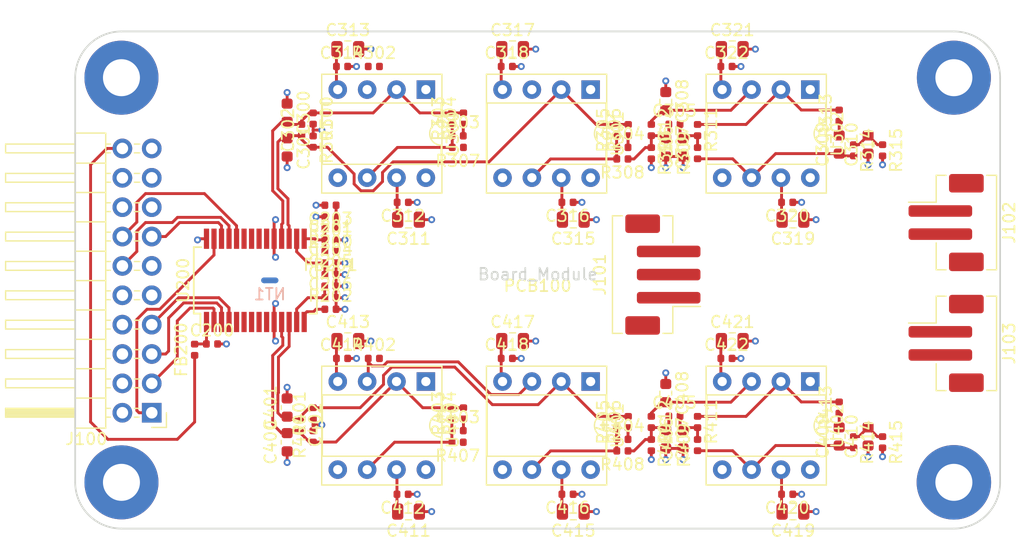
<source format=kicad_pcb>
(kicad_pcb (version 20171130) (host pcbnew "(5.1.5)-3")
  (layers (0 F.Cu signal) (31 B.Cu signal) (34 B.Paste user) (35 F.Paste user) (36 B.SilkS user) (37 F.SilkS user) (38 B.Mask user) (39 F.Mask user) (44 Edge.Cuts user))
  (net 0 "")
  (net 1 GND)
  (net 2 "Net-(C200-Pad1)")
  (net 3 GNDA)
  (net 4 "Net-(C201-Pad1)")
  (net 5 /DAC/Vbias)
  (net 6 "Net-(C204-Pad1)")
  (net 7 "Net-(C206-Pad1)")
  (net 8 "/Left Buffer/InP")
  (net 9 "/Left Buffer/InN")
  (net 10 "Net-(C303-Pad2)")
  (net 11 "Net-(C303-Pad1)")
  (net 12 "Net-(C304-Pad2)")
  (net 13 "Net-(C304-Pad1)")
  (net 14 "Net-(C305-Pad2)")
  (net 15 "Net-(C305-Pad1)")
  (net 16 "Net-(C308-Pad2)")
  (net 17 "Net-(C309-Pad2)")
  (net 18 "Net-(C309-Pad1)")
  (net 19 "/Left Buffer/Out")
  (net 20 +15V)
  (net 21 -15V)
  (net 22 "/Right Buffer/InP")
  (net 23 "/Right Buffer/InN")
  (net 24 "Net-(C403-Pad2)")
  (net 25 "Net-(C403-Pad1)")
  (net 26 "Net-(C404-Pad2)")
  (net 27 "Net-(C404-Pad1)")
  (net 28 "Net-(C405-Pad2)")
  (net 29 "Net-(C405-Pad1)")
  (net 30 "Net-(C408-Pad2)")
  (net 31 "Net-(C409-Pad2)")
  (net 32 "Net-(C409-Pad1)")
  (net 33 "/Right Buffer/Out")
  (net 34 +5V)
  (net 35 /I2S_MCLK)
  (net 36 /I2S_LRCLK)
  (net 37 /I2S_BCLK)
  (net 38 /I2S_SDI)
  (net 39 /SPI_CS)
  (net 40 /SPI_MISO)
  (net 41 /SPI_MOSI)
  (net 42 /SPI_SCK)
  (net 43 /MUTE)
  (net 44 /SHDN)
  (net 45 +3V3)
  (net 46 "Net-(R202-Pad1)")
  (net 47 "Net-(R302-Pad1)")
  (net 48 "Net-(R311-Pad1)")
  (net 49 "Net-(R402-Pad1)")
  (net 50 "Net-(R411-Pad1)")
  (net 51 "Net-(U200-Pad21)")
  (net 52 "Net-(U200-Pad20)")
  (net 53 "Net-(U200-Pad9)")
  (net 54 "Net-(U200-Pad8)")
  (net 55 "Net-(U200-Pad7)")
  (net 56 "Net-(U200-Pad6)")
  (net 57 "Net-(U200-Pad5)")
  (net 58 "Net-(U300-Pad8)")
  (net 59 "Net-(U300-Pad5)")
  (net 60 "Net-(U300-Pad1)")
  (net 61 "Net-(U301-Pad8)")
  (net 62 "Net-(U301-Pad5)")
  (net 63 "Net-(U301-Pad1)")
  (net 64 "Net-(U302-Pad8)")
  (net 65 "Net-(U302-Pad5)")
  (net 66 "Net-(U302-Pad1)")
  (net 67 "Net-(U400-Pad8)")
  (net 68 "Net-(U400-Pad5)")
  (net 69 "Net-(U400-Pad1)")
  (net 70 "Net-(U401-Pad8)")
  (net 71 "Net-(U401-Pad5)")
  (net 72 "Net-(U401-Pad1)")
  (net 73 "Net-(U402-Pad8)")
  (net 74 "Net-(U402-Pad5)")
  (net 75 "Net-(U402-Pad1)")
  (net 76 "Net-(J100-Pad10)")
  (net 77 "Net-(J100-Pad9)")
  (module NetTie:NetTie-2_SMD_Pad0.5mm (layer B.Cu) (at 129.75 101.75)
    (fp_text reference NT1 (at 0 1.2) (layer B.SilkS) (effects (justify mirror)))
    (fp_text value Net-Tie_2)
    (fp_poly (pts (xy -0.5 0.25) (xy 0.5 0.25) (xy 0.5 -0.25) (xy -0.5 -0.25)) (layer B.Cu) (width 0))
    (pad 2 smd circle (at 0.5 0) (size 0.5 0.5) (layers B.Cu) (net 3 GNDA))
    (pad 1 smd circle (at -0.5 0) (size 0.5 0.5) (layers B.Cu) (net 1 GND))
  )
  (module Connector_JST:JST_PH_B2B-PH-SM4-TB_1x02-1MP_P2.00mm_Vertical (layer F.Cu) (at 188.25 107.2 270)
    (fp_text reference J103 (at 0 -5.45 90) (layer F.SilkS))
    (fp_text value Conn_01x02_Male)
    (pad MP smd roundrect (at 3.4 -1.75 270) (size 1.6 3) (layers F.Cu F.Paste F.Mask) (roundrect_rratio 0.15625))
    (pad MP smd roundrect (at -3.4 -1.75 270) (size 1.6 3) (layers F.Cu F.Paste F.Mask) (roundrect_rratio 0.15625))
    (pad 2 smd roundrect (at 1 0.5 270) (size 1 5.5) (layers F.Cu F.Paste F.Mask) (net 3 GNDA))
    (pad 1 smd roundrect (at -1 0.5 270) (size 1 5.5) (layers F.Cu F.Paste F.Mask) (net 33 "/Right Buffer/Out"))
  )
  (module Connector_JST:JST_PH_B2B-PH-SM4-TB_1x02-1MP_P2.00mm_Vertical (layer F.Cu) (at 188.25 96.75 270)
    (fp_text reference J102 (at 0 -5.45 90) (layer F.SilkS))
    (fp_text value Conn_01x02_Male)
    (pad MP smd roundrect (at 3.4 -1.75 270) (size 1.6 3) (layers F.Cu F.Paste F.Mask) (roundrect_rratio 0.15625))
    (pad MP smd roundrect (at -3.4 -1.75 270) (size 1.6 3) (layers F.Cu F.Paste F.Mask) (roundrect_rratio 0.15625))
    (pad 2 smd roundrect (at 1 0.5 270) (size 1 5.5) (layers F.Cu F.Paste F.Mask) (net 3 GNDA))
    (pad 1 smd roundrect (at -1 0.5 270) (size 1 5.5) (layers F.Cu F.Paste F.Mask) (net 19 "/Left Buffer/Out"))
  )
  (module Capacitor_SMD:C_0603_1608Metric (layer F.Cu) (at 164 111.5 270)
    (fp_text reference C408 (at 0 -1.43 90) (layer F.SilkS))
    (fp_text value 2.7n)
    (pad 2 smd roundrect (at 0.7875 0 270) (size 0.875 0.95) (layers F.Cu F.Paste F.Mask) (net 30 "Net-(C408-Pad2)"))
    (pad 1 smd roundrect (at -0.7875 0 270) (size 0.875 0.95) (layers F.Cu F.Paste F.Mask) (net 3 GNDA))
  )
  (module Capacitor_SMD:C_0603_1608Metric (layer F.Cu) (at 164 86.25 270)
    (fp_text reference C308 (at 0 -1.43 90) (layer F.SilkS))
    (fp_text value 2.7n)
    (pad 2 smd roundrect (at 0.7875 0 270) (size 0.875 0.95) (layers F.Cu F.Paste F.Mask) (net 16 "Net-(C308-Pad2)"))
    (pad 1 smd roundrect (at -0.7875 0 270) (size 0.875 0.95) (layers F.Cu F.Paste F.Mask) (net 3 GNDA))
  )
  (module Package_DIP:DIP-8_W7.62mm_Socket (layer F.Cu) (at 176.5 110.5 270)
    (fp_text reference U402 (at 3.81 -2.33 90) (layer F.SilkS))
    (fp_text value AD797)
    (pad 8 thru_hole oval (at 7.62 0 270) (size 1.6 1.6) (drill 0.8) (layers *.Cu *.Mask) (net 73 "Net-(U402-Pad8)"))
    (pad 4 thru_hole oval (at 0 7.62 270) (size 1.6 1.6) (drill 0.8) (layers *.Cu *.Mask) (net 21 -15V))
    (pad 7 thru_hole oval (at 7.62 2.54 270) (size 1.6 1.6) (drill 0.8) (layers *.Cu *.Mask) (net 20 +15V))
    (pad 3 thru_hole oval (at 0 5.08 270) (size 1.6 1.6) (drill 0.8) (layers *.Cu *.Mask) (net 30 "Net-(C408-Pad2)"))
    (pad 6 thru_hole oval (at 7.62 5.08 270) (size 1.6 1.6) (drill 0.8) (layers *.Cu *.Mask) (net 32 "Net-(C409-Pad1)"))
    (pad 2 thru_hole oval (at 0 2.54 270) (size 1.6 1.6) (drill 0.8) (layers *.Cu *.Mask) (net 50 "Net-(R411-Pad1)"))
    (pad 5 thru_hole oval (at 7.62 7.62 270) (size 1.6 1.6) (drill 0.8) (layers *.Cu *.Mask) (net 74 "Net-(U402-Pad5)"))
    (pad 1 thru_hole rect (at 0 0 270) (size 1.6 1.6) (drill 0.8) (layers *.Cu *.Mask) (net 75 "Net-(U402-Pad1)"))
  )
  (module Package_DIP:DIP-8_W7.62mm_Socket (layer F.Cu) (at 157.5 110.5 270)
    (fp_text reference U401 (at 3.81 -2.33 90) (layer F.SilkS))
    (fp_text value AD797)
    (pad 8 thru_hole oval (at 7.62 0 270) (size 1.6 1.6) (drill 0.8) (layers *.Cu *.Mask) (net 70 "Net-(U401-Pad8)"))
    (pad 4 thru_hole oval (at 0 7.62 270) (size 1.6 1.6) (drill 0.8) (layers *.Cu *.Mask) (net 21 -15V))
    (pad 7 thru_hole oval (at 7.62 2.54 270) (size 1.6 1.6) (drill 0.8) (layers *.Cu *.Mask) (net 20 +15V))
    (pad 3 thru_hole oval (at 0 5.08 270) (size 1.6 1.6) (drill 0.8) (layers *.Cu *.Mask) (net 49 "Net-(R402-Pad1)"))
    (pad 6 thru_hole oval (at 7.62 5.08 270) (size 1.6 1.6) (drill 0.8) (layers *.Cu *.Mask) (net 27 "Net-(C404-Pad1)"))
    (pad 2 thru_hole oval (at 0 2.54 270) (size 1.6 1.6) (drill 0.8) (layers *.Cu *.Mask) (net 23 "/Right Buffer/InN"))
    (pad 5 thru_hole oval (at 7.62 7.62 270) (size 1.6 1.6) (drill 0.8) (layers *.Cu *.Mask) (net 71 "Net-(U401-Pad5)"))
    (pad 1 thru_hole rect (at 0 0 270) (size 1.6 1.6) (drill 0.8) (layers *.Cu *.Mask) (net 72 "Net-(U401-Pad1)"))
  )
  (module Package_DIP:DIP-8_W7.62mm_Socket (layer F.Cu) (at 143.25 110.5 270)
    (fp_text reference U400 (at 3.81 -2.33 90) (layer F.SilkS))
    (fp_text value AD797)
    (pad 8 thru_hole oval (at 7.62 0 270) (size 1.6 1.6) (drill 0.8) (layers *.Cu *.Mask) (net 67 "Net-(U400-Pad8)"))
    (pad 4 thru_hole oval (at 0 7.62 270) (size 1.6 1.6) (drill 0.8) (layers *.Cu *.Mask) (net 21 -15V))
    (pad 7 thru_hole oval (at 7.62 2.54 270) (size 1.6 1.6) (drill 0.8) (layers *.Cu *.Mask) (net 20 +15V))
    (pad 3 thru_hole oval (at 0 5.08 270) (size 1.6 1.6) (drill 0.8) (layers *.Cu *.Mask) (net 49 "Net-(R402-Pad1)"))
    (pad 6 thru_hole oval (at 7.62 5.08 270) (size 1.6 1.6) (drill 0.8) (layers *.Cu *.Mask) (net 25 "Net-(C403-Pad1)"))
    (pad 2 thru_hole oval (at 0 2.54 270) (size 1.6 1.6) (drill 0.8) (layers *.Cu *.Mask) (net 22 "/Right Buffer/InP"))
    (pad 5 thru_hole oval (at 7.62 7.62 270) (size 1.6 1.6) (drill 0.8) (layers *.Cu *.Mask) (net 68 "Net-(U400-Pad5)"))
    (pad 1 thru_hole rect (at 0 0 270) (size 1.6 1.6) (drill 0.8) (layers *.Cu *.Mask) (net 69 "Net-(U400-Pad1)"))
  )
  (module Package_DIP:DIP-8_W7.62mm_Socket (layer F.Cu) (at 176.5 85.25 270)
    (fp_text reference U302 (at 3.81 -2.33 90) (layer F.SilkS))
    (fp_text value AD797)
    (pad 8 thru_hole oval (at 7.62 0 270) (size 1.6 1.6) (drill 0.8) (layers *.Cu *.Mask) (net 64 "Net-(U302-Pad8)"))
    (pad 4 thru_hole oval (at 0 7.62 270) (size 1.6 1.6) (drill 0.8) (layers *.Cu *.Mask) (net 21 -15V))
    (pad 7 thru_hole oval (at 7.62 2.54 270) (size 1.6 1.6) (drill 0.8) (layers *.Cu *.Mask) (net 20 +15V))
    (pad 3 thru_hole oval (at 0 5.08 270) (size 1.6 1.6) (drill 0.8) (layers *.Cu *.Mask) (net 16 "Net-(C308-Pad2)"))
    (pad 6 thru_hole oval (at 7.62 5.08 270) (size 1.6 1.6) (drill 0.8) (layers *.Cu *.Mask) (net 18 "Net-(C309-Pad1)"))
    (pad 2 thru_hole oval (at 0 2.54 270) (size 1.6 1.6) (drill 0.8) (layers *.Cu *.Mask) (net 48 "Net-(R311-Pad1)"))
    (pad 5 thru_hole oval (at 7.62 7.62 270) (size 1.6 1.6) (drill 0.8) (layers *.Cu *.Mask) (net 65 "Net-(U302-Pad5)"))
    (pad 1 thru_hole rect (at 0 0 270) (size 1.6 1.6) (drill 0.8) (layers *.Cu *.Mask) (net 66 "Net-(U302-Pad1)"))
  )
  (module Package_DIP:DIP-8_W7.62mm_Socket (layer F.Cu) (at 157.5 85.25 270)
    (fp_text reference U301 (at 3.81 -2.33 90) (layer F.SilkS))
    (fp_text value AD797)
    (pad 8 thru_hole oval (at 7.62 0 270) (size 1.6 1.6) (drill 0.8) (layers *.Cu *.Mask) (net 61 "Net-(U301-Pad8)"))
    (pad 4 thru_hole oval (at 0 7.62 270) (size 1.6 1.6) (drill 0.8) (layers *.Cu *.Mask) (net 21 -15V))
    (pad 7 thru_hole oval (at 7.62 2.54 270) (size 1.6 1.6) (drill 0.8) (layers *.Cu *.Mask) (net 20 +15V))
    (pad 3 thru_hole oval (at 0 5.08 270) (size 1.6 1.6) (drill 0.8) (layers *.Cu *.Mask) (net 47 "Net-(R302-Pad1)"))
    (pad 6 thru_hole oval (at 7.62 5.08 270) (size 1.6 1.6) (drill 0.8) (layers *.Cu *.Mask) (net 13 "Net-(C304-Pad1)"))
    (pad 2 thru_hole oval (at 0 2.54 270) (size 1.6 1.6) (drill 0.8) (layers *.Cu *.Mask) (net 9 "/Left Buffer/InN"))
    (pad 5 thru_hole oval (at 7.62 7.62 270) (size 1.6 1.6) (drill 0.8) (layers *.Cu *.Mask) (net 62 "Net-(U301-Pad5)"))
    (pad 1 thru_hole rect (at 0 0 270) (size 1.6 1.6) (drill 0.8) (layers *.Cu *.Mask) (net 63 "Net-(U301-Pad1)"))
  )
  (module Package_DIP:DIP-8_W7.62mm_Socket (layer F.Cu) (at 143.25 85.25 270)
    (fp_text reference U300 (at 3.81 -2.33 90) (layer F.SilkS))
    (fp_text value AD797)
    (pad 8 thru_hole oval (at 7.62 0 270) (size 1.6 1.6) (drill 0.8) (layers *.Cu *.Mask) (net 58 "Net-(U300-Pad8)"))
    (pad 4 thru_hole oval (at 0 7.62 270) (size 1.6 1.6) (drill 0.8) (layers *.Cu *.Mask) (net 21 -15V))
    (pad 7 thru_hole oval (at 7.62 2.54 270) (size 1.6 1.6) (drill 0.8) (layers *.Cu *.Mask) (net 20 +15V))
    (pad 3 thru_hole oval (at 0 5.08 270) (size 1.6 1.6) (drill 0.8) (layers *.Cu *.Mask) (net 47 "Net-(R302-Pad1)"))
    (pad 6 thru_hole oval (at 7.62 5.08 270) (size 1.6 1.6) (drill 0.8) (layers *.Cu *.Mask) (net 11 "Net-(C303-Pad1)"))
    (pad 2 thru_hole oval (at 0 2.54 270) (size 1.6 1.6) (drill 0.8) (layers *.Cu *.Mask) (net 8 "/Left Buffer/InP"))
    (pad 5 thru_hole oval (at 7.62 7.62 270) (size 1.6 1.6) (drill 0.8) (layers *.Cu *.Mask) (net 59 "Net-(U300-Pad5)"))
    (pad 1 thru_hole rect (at 0 0 270) (size 1.6 1.6) (drill 0.8) (layers *.Cu *.Mask) (net 60 "Net-(U300-Pad1)"))
  )
  (module Package_SO:SSOP-28_5.3x10.2mm_P0.65mm (layer F.Cu) (at 128.5 101.75 90)
    (fp_text reference U200 (at 0 -6.25 90) (layer F.SilkS))
    (fp_text value AD1955)
    (pad 28 smd rect (at 3.6 -4.225 90) (size 1.75 0.45) (layers F.Cu F.Paste F.Mask) (net 1 GND))
    (pad 27 smd rect (at 3.6 -3.575 90) (size 1.75 0.45) (layers F.Cu F.Paste F.Mask) (net 35 /I2S_MCLK))
    (pad 26 smd rect (at 3.6 -2.925 90) (size 1.75 0.45) (layers F.Cu F.Paste F.Mask) (net 42 /SPI_SCK))
    (pad 25 smd rect (at 3.6 -2.275 90) (size 1.75 0.45) (layers F.Cu F.Paste F.Mask) (net 39 /SPI_CS))
    (pad 24 smd rect (at 3.6 -1.625 90) (size 1.75 0.45) (layers F.Cu F.Paste F.Mask) (net 41 /SPI_MOSI))
    (pad 23 smd rect (at 3.6 -0.975 90) (size 1.75 0.45) (layers F.Cu F.Paste F.Mask) (net 44 /SHDN))
    (pad 22 smd rect (at 3.6 -0.325 90) (size 1.75 0.45) (layers F.Cu F.Paste F.Mask) (net 43 /MUTE))
    (pad 21 smd rect (at 3.6 0.325 90) (size 1.75 0.45) (layers F.Cu F.Paste F.Mask) (net 51 "Net-(U200-Pad21)"))
    (pad 20 smd rect (at 3.6 0.975 90) (size 1.75 0.45) (layers F.Cu F.Paste F.Mask) (net 52 "Net-(U200-Pad20)"))
    (pad 19 smd rect (at 3.6 1.625 90) (size 1.75 0.45) (layers F.Cu F.Paste F.Mask) (net 3 GNDA))
    (pad 18 smd rect (at 3.6 2.275 90) (size 1.75 0.45) (layers F.Cu F.Paste F.Mask) (net 8 "/Left Buffer/InP"))
    (pad 17 smd rect (at 3.6 2.925 90) (size 1.75 0.45) (layers F.Cu F.Paste F.Mask) (net 9 "/Left Buffer/InN"))
    (pad 16 smd rect (at 3.6 3.575 90) (size 1.75 0.45) (layers F.Cu F.Paste F.Mask) (net 6 "Net-(C204-Pad1)"))
    (pad 15 smd rect (at 3.6 4.225 90) (size 1.75 0.45) (layers F.Cu F.Paste F.Mask) (net 4 "Net-(C201-Pad1)"))
    (pad 14 smd rect (at -3.6 4.225 90) (size 1.75 0.45) (layers F.Cu F.Paste F.Mask) (net 46 "Net-(R202-Pad1)"))
    (pad 13 smd rect (at -3.6 3.575 90) (size 1.75 0.45) (layers F.Cu F.Paste F.Mask) (net 7 "Net-(C206-Pad1)"))
    (pad 12 smd rect (at -3.6 2.925 90) (size 1.75 0.45) (layers F.Cu F.Paste F.Mask) (net 23 "/Right Buffer/InN"))
    (pad 11 smd rect (at -3.6 2.275 90) (size 1.75 0.45) (layers F.Cu F.Paste F.Mask) (net 22 "/Right Buffer/InP"))
    (pad 10 smd rect (at -3.6 1.625 90) (size 1.75 0.45) (layers F.Cu F.Paste F.Mask) (net 3 GNDA))
    (pad 9 smd rect (at -3.6 0.975 90) (size 1.75 0.45) (layers F.Cu F.Paste F.Mask) (net 53 "Net-(U200-Pad9)"))
    (pad 8 smd rect (at -3.6 0.325 90) (size 1.75 0.45) (layers F.Cu F.Paste F.Mask) (net 54 "Net-(U200-Pad8)"))
    (pad 7 smd rect (at -3.6 -0.325 90) (size 1.75 0.45) (layers F.Cu F.Paste F.Mask) (net 55 "Net-(U200-Pad7)"))
    (pad 6 smd rect (at -3.6 -0.975 90) (size 1.75 0.45) (layers F.Cu F.Paste F.Mask) (net 56 "Net-(U200-Pad6)"))
    (pad 5 smd rect (at -3.6 -1.625 90) (size 1.75 0.45) (layers F.Cu F.Paste F.Mask) (net 57 "Net-(U200-Pad5)"))
    (pad 4 smd rect (at -3.6 -2.275 90) (size 1.75 0.45) (layers F.Cu F.Paste F.Mask) (net 38 /I2S_SDI))
    (pad 3 smd rect (at -3.6 -2.925 90) (size 1.75 0.45) (layers F.Cu F.Paste F.Mask) (net 37 /I2S_BCLK))
    (pad 2 smd rect (at -3.6 -3.575 90) (size 1.75 0.45) (layers F.Cu F.Paste F.Mask) (net 36 /I2S_LRCLK))
    (pad 1 smd rect (at -3.6 -4.225 90) (size 1.75 0.45) (layers F.Cu F.Paste F.Mask) (net 2 "Net-(C200-Pad1)"))
  )
  (module Resistor_SMD:R_0402_1005Metric (layer F.Cu) (at 182.75 115.75 270)
    (fp_text reference R415 (at 0 -1.17 90) (layer F.SilkS))
    (fp_text value NM)
    (pad 2 smd roundrect (at 0.485 0 270) (size 0.59 0.64) (layers F.Cu F.Paste F.Mask) (net 3 GNDA))
    (pad 1 smd roundrect (at -0.485 0 270) (size 0.59 0.64) (layers F.Cu F.Paste F.Mask) (net 33 "/Right Buffer/Out"))
  )
  (module Resistor_SMD:R_0402_1005Metric (layer F.Cu) (at 180.25 115.75 270)
    (fp_text reference R414 (at 0 -1.17 90) (layer F.SilkS))
    (fp_text value 330R)
    (pad 2 smd roundrect (at 0.485 0 270) (size 0.59 0.64) (layers F.Cu F.Paste F.Mask) (net 32 "Net-(C409-Pad1)"))
    (pad 1 smd roundrect (at -0.485 0 270) (size 0.59 0.64) (layers F.Cu F.Paste F.Mask) (net 33 "/Right Buffer/Out"))
  )
  (module Resistor_SMD:R_0402_1005Metric (layer F.Cu) (at 179 112.75 90)
    (fp_text reference R413 (at 0 -1.17 90) (layer F.SilkS))
    (fp_text value 100R)
    (pad 2 smd roundrect (at 0.485 0 90) (size 0.59 0.64) (layers F.Cu F.Paste F.Mask) (net 50 "Net-(R411-Pad1)"))
    (pad 1 smd roundrect (at -0.485 0 90) (size 0.59 0.64) (layers F.Cu F.Paste F.Mask) (net 31 "Net-(C409-Pad2)"))
  )
  (module Resistor_SMD:R_0402_1005Metric (layer F.Cu) (at 162.75 114 270)
    (fp_text reference R412 (at 0 -1.17 90) (layer F.SilkS))
    (fp_text value 330R)
    (pad 2 smd roundrect (at 0.485 0 270) (size 0.59 0.64) (layers F.Cu F.Paste F.Mask) (net 29 "Net-(C405-Pad1)"))
    (pad 1 smd roundrect (at -0.485 0 270) (size 0.59 0.64) (layers F.Cu F.Paste F.Mask) (net 30 "Net-(C408-Pad2)"))
  )
  (module Resistor_SMD:R_0402_1005Metric (layer F.Cu) (at 166.75 114 270)
    (fp_text reference R411 (at 0 -1.17 90) (layer F.SilkS))
    (fp_text value 330R)
    (pad 2 smd roundrect (at 0.485 0 270) (size 0.59 0.64) (layers F.Cu F.Paste F.Mask) (net 28 "Net-(C405-Pad2)"))
    (pad 1 smd roundrect (at -0.485 0 270) (size 0.59 0.64) (layers F.Cu F.Paste F.Mask) (net 50 "Net-(R411-Pad1)"))
  )
  (module Resistor_SMD:R_0402_1005Metric (layer F.Cu) (at 162.75 116 270)
    (fp_text reference R410 (at 0 -1.17 90) (layer F.SilkS))
    (fp_text value 220R)
    (pad 2 smd roundrect (at 0.485 0 270) (size 0.59 0.64) (layers F.Cu F.Paste F.Mask) (net 3 GNDA))
    (pad 1 smd roundrect (at -0.485 0 270) (size 0.59 0.64) (layers F.Cu F.Paste F.Mask) (net 29 "Net-(C405-Pad1)"))
  )
  (module Resistor_SMD:R_0402_1005Metric (layer F.Cu) (at 166.75 116 90)
    (fp_text reference R409 (at 0 -1.17 90) (layer F.SilkS))
    (fp_text value 220R)
    (pad 2 smd roundrect (at 0.485 0 90) (size 0.59 0.64) (layers F.Cu F.Paste F.Mask) (net 28 "Net-(C405-Pad2)"))
    (pad 1 smd roundrect (at -0.485 0 90) (size 0.59 0.64) (layers F.Cu F.Paste F.Mask) (net 32 "Net-(C409-Pad1)"))
  )
  (module Resistor_SMD:R_0402_1005Metric (layer F.Cu) (at 160.25 116.5 180)
    (fp_text reference R408 (at 0 -1.17) (layer F.SilkS))
    (fp_text value 680R)
    (pad 2 smd roundrect (at 0.485 0 180) (size 0.59 0.64) (layers F.Cu F.Paste F.Mask) (net 27 "Net-(C404-Pad1)"))
    (pad 1 smd roundrect (at -0.485 0 180) (size 0.59 0.64) (layers F.Cu F.Paste F.Mask) (net 29 "Net-(C405-Pad1)"))
  )
  (module Resistor_SMD:R_0402_1005Metric (layer F.Cu) (at 146 115.75 180)
    (fp_text reference R407 (at 0 -1.17) (layer F.SilkS))
    (fp_text value 680R)
    (pad 2 smd roundrect (at 0.485 0 180) (size 0.59 0.64) (layers F.Cu F.Paste F.Mask) (net 25 "Net-(C403-Pad1)"))
    (pad 1 smd roundrect (at -0.485 0 180) (size 0.59 0.64) (layers F.Cu F.Paste F.Mask) (net 28 "Net-(C405-Pad2)"))
  )
  (module Resistor_SMD:R_0402_1005Metric (layer F.Cu) (at 160.75 114 90)
    (fp_text reference R406 (at 0 -1.17 90) (layer F.SilkS))
    (fp_text value 100R)
    (pad 2 smd roundrect (at 0.485 0 90) (size 0.59 0.64) (layers F.Cu F.Paste F.Mask) (net 23 "/Right Buffer/InN"))
    (pad 1 smd roundrect (at -0.485 0 90) (size 0.59 0.64) (layers F.Cu F.Paste F.Mask) (net 26 "Net-(C404-Pad2)"))
  )
  (module Resistor_SMD:R_0402_1005Metric (layer F.Cu) (at 159.75 114 90)
    (fp_text reference R405 (at 0 -1.17 90) (layer F.SilkS))
    (fp_text value 2k)
    (pad 2 smd roundrect (at 0.485 0 90) (size 0.59 0.64) (layers F.Cu F.Paste F.Mask) (net 23 "/Right Buffer/InN"))
    (pad 1 smd roundrect (at -0.485 0 90) (size 0.59 0.64) (layers F.Cu F.Paste F.Mask) (net 27 "Net-(C404-Pad1)"))
  )
  (module Resistor_SMD:R_0402_1005Metric (layer F.Cu) (at 146.5 113.25 90)
    (fp_text reference R404 (at 0 -1.17 90) (layer F.SilkS))
    (fp_text value 100R)
    (pad 2 smd roundrect (at 0.485 0 90) (size 0.59 0.64) (layers F.Cu F.Paste F.Mask) (net 22 "/Right Buffer/InP"))
    (pad 1 smd roundrect (at -0.485 0 90) (size 0.59 0.64) (layers F.Cu F.Paste F.Mask) (net 24 "Net-(C403-Pad2)"))
  )
  (module Resistor_SMD:R_0402_1005Metric (layer F.Cu) (at 145.5 113.25 90)
    (fp_text reference R403 (at 0 -1.17 90) (layer F.SilkS))
    (fp_text value 2k)
    (pad 2 smd roundrect (at 0.485 0 90) (size 0.59 0.64) (layers F.Cu F.Paste F.Mask) (net 22 "/Right Buffer/InP"))
    (pad 1 smd roundrect (at -0.485 0 90) (size 0.59 0.64) (layers F.Cu F.Paste F.Mask) (net 25 "Net-(C403-Pad1)"))
  )
  (module Resistor_SMD:R_0402_1005Metric (layer F.Cu) (at 138.75 108.5)
    (fp_text reference R402 (at 0 -1.17) (layer F.SilkS))
    (fp_text value 680R)
    (pad 2 smd roundrect (at 0.485 0) (size 0.59 0.64) (layers F.Cu F.Paste F.Mask) (net 5 /DAC/Vbias))
    (pad 1 smd roundrect (at -0.485 0) (size 0.59 0.64) (layers F.Cu F.Paste F.Mask) (net 49 "Net-(R402-Pad1)"))
  )
  (module Resistor_SMD:R_0402_1005Metric (layer F.Cu) (at 133.5 113.25 90)
    (fp_text reference R401 (at 0 -1.17 90) (layer F.SilkS))
    (fp_text value 2k)
    (pad 2 smd roundrect (at 0.485 0 90) (size 0.59 0.64) (layers F.Cu F.Paste F.Mask) (net 23 "/Right Buffer/InN"))
    (pad 1 smd roundrect (at -0.485 0 90) (size 0.59 0.64) (layers F.Cu F.Paste F.Mask) (net 20 +15V))
  )
  (module Resistor_SMD:R_0402_1005Metric (layer F.Cu) (at 133.5 115.25 90)
    (fp_text reference R400 (at 0 -1.17 90) (layer F.SilkS))
    (fp_text value 2k)
    (pad 2 smd roundrect (at 0.485 0 90) (size 0.59 0.64) (layers F.Cu F.Paste F.Mask) (net 20 +15V))
    (pad 1 smd roundrect (at -0.485 0 90) (size 0.59 0.64) (layers F.Cu F.Paste F.Mask) (net 22 "/Right Buffer/InP"))
  )
  (module Resistor_SMD:R_0402_1005Metric (layer F.Cu) (at 182.75 90.5 270)
    (fp_text reference R315 (at 0 -1.17 90) (layer F.SilkS))
    (fp_text value NM)
    (pad 2 smd roundrect (at 0.485 0 270) (size 0.59 0.64) (layers F.Cu F.Paste F.Mask) (net 3 GNDA))
    (pad 1 smd roundrect (at -0.485 0 270) (size 0.59 0.64) (layers F.Cu F.Paste F.Mask) (net 19 "/Left Buffer/Out"))
  )
  (module Resistor_SMD:R_0402_1005Metric (layer F.Cu) (at 180.25 90.5 270)
    (fp_text reference R314 (at 0 -1.17 90) (layer F.SilkS))
    (fp_text value 330R)
    (pad 2 smd roundrect (at 0.485 0 270) (size 0.59 0.64) (layers F.Cu F.Paste F.Mask) (net 18 "Net-(C309-Pad1)"))
    (pad 1 smd roundrect (at -0.485 0 270) (size 0.59 0.64) (layers F.Cu F.Paste F.Mask) (net 19 "/Left Buffer/Out"))
  )
  (module Resistor_SMD:R_0402_1005Metric (layer F.Cu) (at 179 87.5 90)
    (fp_text reference R313 (at 0 -1.17 90) (layer F.SilkS))
    (fp_text value 100R)
    (pad 2 smd roundrect (at 0.485 0 90) (size 0.59 0.64) (layers F.Cu F.Paste F.Mask) (net 48 "Net-(R311-Pad1)"))
    (pad 1 smd roundrect (at -0.485 0 90) (size 0.59 0.64) (layers F.Cu F.Paste F.Mask) (net 17 "Net-(C309-Pad2)"))
  )
  (module Resistor_SMD:R_0402_1005Metric (layer F.Cu) (at 162.75 88.75 270)
    (fp_text reference R312 (at 0 -1.17 90) (layer F.SilkS))
    (fp_text value 330R)
    (pad 2 smd roundrect (at 0.485 0 270) (size 0.59 0.64) (layers F.Cu F.Paste F.Mask) (net 15 "Net-(C305-Pad1)"))
    (pad 1 smd roundrect (at -0.485 0 270) (size 0.59 0.64) (layers F.Cu F.Paste F.Mask) (net 16 "Net-(C308-Pad2)"))
  )
  (module Resistor_SMD:R_0402_1005Metric (layer F.Cu) (at 166.75 88.75 270)
    (fp_text reference R311 (at 0 -1.17 90) (layer F.SilkS))
    (fp_text value 330R)
    (pad 2 smd roundrect (at 0.485 0 270) (size 0.59 0.64) (layers F.Cu F.Paste F.Mask) (net 14 "Net-(C305-Pad2)"))
    (pad 1 smd roundrect (at -0.485 0 270) (size 0.59 0.64) (layers F.Cu F.Paste F.Mask) (net 48 "Net-(R311-Pad1)"))
  )
  (module Resistor_SMD:R_0402_1005Metric (layer F.Cu) (at 162.75 90.75 270)
    (fp_text reference R310 (at 0 -1.17 90) (layer F.SilkS))
    (fp_text value 220R)
    (pad 2 smd roundrect (at 0.485 0 270) (size 0.59 0.64) (layers F.Cu F.Paste F.Mask) (net 3 GNDA))
    (pad 1 smd roundrect (at -0.485 0 270) (size 0.59 0.64) (layers F.Cu F.Paste F.Mask) (net 15 "Net-(C305-Pad1)"))
  )
  (module Resistor_SMD:R_0402_1005Metric (layer F.Cu) (at 166.75 90.75 90)
    (fp_text reference R309 (at 0 -1.17 90) (layer F.SilkS))
    (fp_text value 220R)
    (pad 2 smd roundrect (at 0.485 0 90) (size 0.59 0.64) (layers F.Cu F.Paste F.Mask) (net 14 "Net-(C305-Pad2)"))
    (pad 1 smd roundrect (at -0.485 0 90) (size 0.59 0.64) (layers F.Cu F.Paste F.Mask) (net 18 "Net-(C309-Pad1)"))
  )
  (module Resistor_SMD:R_0402_1005Metric (layer F.Cu) (at 160.25 91.25 180)
    (fp_text reference R308 (at 0 -1.17) (layer F.SilkS))
    (fp_text value 680R)
    (pad 2 smd roundrect (at 0.485 0 180) (size 0.59 0.64) (layers F.Cu F.Paste F.Mask) (net 13 "Net-(C304-Pad1)"))
    (pad 1 smd roundrect (at -0.485 0 180) (size 0.59 0.64) (layers F.Cu F.Paste F.Mask) (net 15 "Net-(C305-Pad1)"))
  )
  (module Resistor_SMD:R_0402_1005Metric (layer F.Cu) (at 146.015 90.25 180)
    (fp_text reference R307 (at 0 -1.17) (layer F.SilkS))
    (fp_text value 680R)
    (pad 2 smd roundrect (at 0.485 0 180) (size 0.59 0.64) (layers F.Cu F.Paste F.Mask) (net 11 "Net-(C303-Pad1)"))
    (pad 1 smd roundrect (at -0.485 0 180) (size 0.59 0.64) (layers F.Cu F.Paste F.Mask) (net 14 "Net-(C305-Pad2)"))
  )
  (module Resistor_SMD:R_0402_1005Metric (layer F.Cu) (at 160.75 88.75 90)
    (fp_text reference R306 (at 0 -1.17 90) (layer F.SilkS))
    (fp_text value 100R)
    (pad 2 smd roundrect (at 0.485 0 90) (size 0.59 0.64) (layers F.Cu F.Paste F.Mask) (net 9 "/Left Buffer/InN"))
    (pad 1 smd roundrect (at -0.485 0 90) (size 0.59 0.64) (layers F.Cu F.Paste F.Mask) (net 12 "Net-(C304-Pad2)"))
  )
  (module Resistor_SMD:R_0402_1005Metric (layer F.Cu) (at 159.75 88.75 90)
    (fp_text reference R305 (at 0 -1.17 90) (layer F.SilkS))
    (fp_text value 2k)
    (pad 2 smd roundrect (at 0.485 0 90) (size 0.59 0.64) (layers F.Cu F.Paste F.Mask) (net 9 "/Left Buffer/InN"))
    (pad 1 smd roundrect (at -0.485 0 90) (size 0.59 0.64) (layers F.Cu F.Paste F.Mask) (net 13 "Net-(C304-Pad1)"))
  )
  (module Resistor_SMD:R_0402_1005Metric (layer F.Cu) (at 146.5 87.75 90)
    (fp_text reference R304 (at 0 -1.17 90) (layer F.SilkS))
    (fp_text value 100R)
    (pad 2 smd roundrect (at 0.485 0 90) (size 0.59 0.64) (layers F.Cu F.Paste F.Mask) (net 8 "/Left Buffer/InP"))
    (pad 1 smd roundrect (at -0.485 0 90) (size 0.59 0.64) (layers F.Cu F.Paste F.Mask) (net 10 "Net-(C303-Pad2)"))
  )
  (module Resistor_SMD:R_0402_1005Metric (layer F.Cu) (at 145.5 87.75 90)
    (fp_text reference R303 (at 0 -1.17 90) (layer F.SilkS))
    (fp_text value 2k)
    (pad 2 smd roundrect (at 0.485 0 90) (size 0.59 0.64) (layers F.Cu F.Paste F.Mask) (net 8 "/Left Buffer/InP"))
    (pad 1 smd roundrect (at -0.485 0 90) (size 0.59 0.64) (layers F.Cu F.Paste F.Mask) (net 11 "Net-(C303-Pad1)"))
  )
  (module Resistor_SMD:R_0402_1005Metric (layer F.Cu) (at 138.75 83.25)
    (fp_text reference R302 (at 0 -1.17) (layer F.SilkS))
    (fp_text value 680R)
    (pad 2 smd roundrect (at 0.485 0) (size 0.59 0.64) (layers F.Cu F.Paste F.Mask) (net 5 /DAC/Vbias))
    (pad 1 smd roundrect (at -0.485 0) (size 0.59 0.64) (layers F.Cu F.Paste F.Mask) (net 47 "Net-(R302-Pad1)"))
  )
  (module Resistor_SMD:R_0402_1005Metric (layer F.Cu) (at 133.5 89.75 270)
    (fp_text reference R301 (at 0 -1.17 90) (layer F.SilkS))
    (fp_text value 2k)
    (pad 2 smd roundrect (at 0.485 0 270) (size 0.59 0.64) (layers F.Cu F.Paste F.Mask) (net 9 "/Left Buffer/InN"))
    (pad 1 smd roundrect (at -0.485 0 270) (size 0.59 0.64) (layers F.Cu F.Paste F.Mask) (net 20 +15V))
  )
  (module Resistor_SMD:R_0402_1005Metric (layer F.Cu) (at 133.5 87.75 270)
    (fp_text reference R300 (at 0 -1.17 90) (layer F.SilkS))
    (fp_text value 2k)
    (pad 2 smd roundrect (at 0.485 0 270) (size 0.59 0.64) (layers F.Cu F.Paste F.Mask) (net 20 +15V))
    (pad 1 smd roundrect (at -0.485 0 270) (size 0.59 0.64) (layers F.Cu F.Paste F.Mask) (net 8 "/Left Buffer/InP"))
  )
  (module Resistor_SMD:R_0402_1005Metric (layer F.Cu) (at 135 104.25)
    (fp_text reference R202 (at 0 -1.17) (layer F.SilkS))
    (fp_text value 2.49k)
    (pad 2 smd roundrect (at 0.485 0) (size 0.59 0.64) (layers F.Cu F.Paste F.Mask) (net 3 GNDA))
    (pad 1 smd roundrect (at -0.485 0) (size 0.59 0.64) (layers F.Cu F.Paste F.Mask) (net 46 "Net-(R202-Pad1)"))
  )
  (module Resistor_SMD:R_0402_1005Metric (layer F.Cu) (at 135 96.25 180)
    (fp_text reference R201 (at 0 -1.17) (layer F.SilkS))
    (fp_text value 2.8k)
    (pad 2 smd roundrect (at 0.485 0 180) (size 0.59 0.64) (layers F.Cu F.Paste F.Mask) (net 3 GNDA))
    (pad 1 smd roundrect (at -0.485 0 180) (size 0.59 0.64) (layers F.Cu F.Paste F.Mask) (net 5 /DAC/Vbias))
  )
  (module Resistor_SMD:R_0402_1005Metric (layer F.Cu) (at 135 97.25 180)
    (fp_text reference R200 (at 0 -1.17) (layer F.SilkS))
    (fp_text value 2.21k)
    (pad 2 smd roundrect (at 0.485 0 180) (size 0.59 0.64) (layers F.Cu F.Paste F.Mask) (net 4 "Net-(C201-Pad1)"))
    (pad 1 smd roundrect (at -0.485 0 180) (size 0.59 0.64) (layers F.Cu F.Paste F.Mask) (net 5 /DAC/Vbias))
  )
  (module Library:PCB_Board_70x43 (layer F.Cu) (at 152.92 101.72)
    (fp_text reference PCB100 (at 0 0.5) (layer F.SilkS))
    (fp_text value Board_Module (at 0 -0.5) (layer Edge.Cuts))
    (fp_arc (start 36 17.5) (end 36 21.5) (angle -90) (layer Edge.Cuts) (width 0.15))
    (fp_arc (start -36 17.5) (end -40 17.5) (angle -90) (layer Edge.Cuts) (width 0.15))
    (fp_arc (start -36 -17.5) (end -36 -21.5) (angle -90) (layer Edge.Cuts) (width 0.15))
    (fp_arc (start 36 -17.5) (end 40 -17.5) (angle -90) (layer Edge.Cuts) (width 0.15))
    (fp_line (start -40 17.5) (end -40 -17.5) (layer Edge.Cuts) (width 0.15))
    (fp_line (start 36 21.5) (end -36 21.5) (layer Edge.Cuts) (width 0.15))
    (fp_line (start 40 -17.5) (end 40 17.5) (layer Edge.Cuts) (width 0.15))
    (fp_line (start -36 -21.5) (end 36 -21.5) (layer Edge.Cuts) (width 0.15))
    (pad 4 thru_hole circle (at 36 -17.5) (size 6.4 6.4) (drill 3.2) (layers *.Cu *.Mask) (net 3 GNDA))
    (pad 3 thru_hole circle (at 36 17.5) (size 6.44 6.44) (drill 3.2) (layers *.Cu *.Mask) (net 3 GNDA))
    (pad 2 thru_hole circle (at -36 17.5) (size 6.4 6.4) (drill 3.2) (layers *.Cu *.Mask) (net 1 GND))
    (pad 1 thru_hole circle (at -36 -17.5) (size 6.4 6.4) (drill 3.2) (layers *.Cu *.Mask) (net 1 GND))
  )
  (module Connector_JST:JST_PH_B3B-PH-SM4-TB_1x03-1MP_P2.00mm_Vertical (layer F.Cu) (at 163.75 101.25 90)
    (fp_text reference J101 (at 0 -5.45 90) (layer F.SilkS))
    (fp_text value Conn_01x03_Male)
    (pad MP smd roundrect (at 4.4 -1.75 90) (size 1.6 3) (layers F.Cu F.Paste F.Mask) (roundrect_rratio 0.15625))
    (pad MP smd roundrect (at -4.4 -1.75 90) (size 1.6 3) (layers F.Cu F.Paste F.Mask) (roundrect_rratio 0.15625))
    (pad 3 smd roundrect (at 2 0.5 90) (size 1 5.5) (layers F.Cu F.Paste F.Mask) (net 21 -15V))
    (pad 2 smd roundrect (at 0 0.5 90) (size 1 5.5) (layers F.Cu F.Paste F.Mask) (net 3 GNDA))
    (pad 1 smd roundrect (at -2 0.5 90) (size 1 5.5) (layers F.Cu F.Paste F.Mask) (net 20 +15V))
  )
  (module Connector_PinHeader_2.54mm:PinHeader_2x10_P2.54mm_Horizontal (layer F.Cu) (at 119.54 113.2 180)
    (fp_text reference J100 (at 5.655 -2.27) (layer F.SilkS))
    (fp_text value Conn_02x10_Odd_Even)
    (pad 20 thru_hole oval (at 2.54 22.86 180) (size 1.7 1.7) (drill 1) (layers *.Cu *.Mask) (net 34 +5V))
    (pad 19 thru_hole oval (at 0 22.86 180) (size 1.7 1.7) (drill 1) (layers *.Cu *.Mask) (net 45 +3V3))
    (pad 18 thru_hole oval (at 2.54 20.32 180) (size 1.7 1.7) (drill 1) (layers *.Cu *.Mask) (net 1 GND))
    (pad 17 thru_hole oval (at 0 20.32 180) (size 1.7 1.7) (drill 1) (layers *.Cu *.Mask) (net 1 GND))
    (pad 16 thru_hole oval (at 2.54 17.78 180) (size 1.7 1.7) (drill 1) (layers *.Cu *.Mask) (net 43 /MUTE))
    (pad 15 thru_hole oval (at 0 17.78 180) (size 1.7 1.7) (drill 1) (layers *.Cu *.Mask) (net 44 /SHDN))
    (pad 14 thru_hole oval (at 2.54 15.24 180) (size 1.7 1.7) (drill 1) (layers *.Cu *.Mask) (net 41 /SPI_MOSI))
    (pad 13 thru_hole oval (at 0 15.24 180) (size 1.7 1.7) (drill 1) (layers *.Cu *.Mask) (net 42 /SPI_SCK))
    (pad 12 thru_hole oval (at 2.54 12.7 180) (size 1.7 1.7) (drill 1) (layers *.Cu *.Mask) (net 39 /SPI_CS))
    (pad 11 thru_hole oval (at 0 12.7 180) (size 1.7 1.7) (drill 1) (layers *.Cu *.Mask) (net 40 /SPI_MISO))
    (pad 10 thru_hole oval (at 2.54 10.16 180) (size 1.7 1.7) (drill 1) (layers *.Cu *.Mask) (net 76 "Net-(J100-Pad10)"))
    (pad 9 thru_hole oval (at 0 10.16 180) (size 1.7 1.7) (drill 1) (layers *.Cu *.Mask) (net 77 "Net-(J100-Pad9)"))
    (pad 8 thru_hole oval (at 2.54 7.62 180) (size 1.7 1.7) (drill 1) (layers *.Cu *.Mask) (net 1 GND))
    (pad 7 thru_hole oval (at 0 7.62 180) (size 1.7 1.7) (drill 1) (layers *.Cu *.Mask) (net 38 /I2S_SDI))
    (pad 6 thru_hole oval (at 2.54 5.08 180) (size 1.7 1.7) (drill 1) (layers *.Cu *.Mask) (net 1 GND))
    (pad 5 thru_hole oval (at 0 5.08 180) (size 1.7 1.7) (drill 1) (layers *.Cu *.Mask) (net 37 /I2S_BCLK))
    (pad 4 thru_hole oval (at 2.54 2.54 180) (size 1.7 1.7) (drill 1) (layers *.Cu *.Mask) (net 1 GND))
    (pad 3 thru_hole oval (at 0 2.54 180) (size 1.7 1.7) (drill 1) (layers *.Cu *.Mask) (net 36 /I2S_LRCLK))
    (pad 2 thru_hole oval (at 2.54 0 180) (size 1.7 1.7) (drill 1) (layers *.Cu *.Mask) (net 1 GND))
    (pad 1 thru_hole rect (at 0 0 180) (size 1.7 1.7) (drill 1) (layers *.Cu *.Mask) (net 35 /I2S_MCLK))
  )
  (module Inductor_SMD:L_0402_1005Metric (layer F.Cu) (at 135 99.25 180)
    (fp_text reference FB201 (at 0 -1.17) (layer F.SilkS))
    (fp_text value 600Z)
    (pad 2 smd roundrect (at 0.485 0 180) (size 0.59 0.64) (layers F.Cu F.Paste F.Mask) (net 4 "Net-(C201-Pad1)"))
    (pad 1 smd roundrect (at -0.485 0 180) (size 0.59 0.64) (layers F.Cu F.Paste F.Mask) (net 34 +5V))
  )
  (module Inductor_SMD:L_0402_1005Metric (layer F.Cu) (at 123.25 107.75 90)
    (fp_text reference FB200 (at 0 -1.17 90) (layer F.SilkS))
    (fp_text value 600Z)
    (pad 2 smd roundrect (at 0.485 0 90) (size 0.59 0.64) (layers F.Cu F.Paste F.Mask) (net 2 "Net-(C200-Pad1)"))
    (pad 1 smd roundrect (at -0.485 0 90) (size 0.59 0.64) (layers F.Cu F.Paste F.Mask) (net 34 +5V))
  )
  (module Capacitor_SMD:C_0402_1005Metric (layer F.Cu) (at 169.25 108.5)
    (fp_text reference C422 (at 0 -1.17) (layer F.SilkS))
    (fp_text value 100n)
    (pad 2 smd roundrect (at 0.485 0) (size 0.59 0.64) (layers F.Cu F.Paste F.Mask) (net 3 GNDA))
    (pad 1 smd roundrect (at -0.485 0) (size 0.59 0.64) (layers F.Cu F.Paste F.Mask) (net 21 -15V))
  )
  (module Capacitor_SMD:C_0805_2012Metric (layer F.Cu) (at 169.75 107)
    (fp_text reference C421 (at 0 -1.65) (layer F.SilkS))
    (fp_text value 10u)
    (pad 2 smd roundrect (at 0.9375 0) (size 0.975 1.4) (layers F.Cu F.Paste F.Mask) (net 3 GNDA))
    (pad 1 smd roundrect (at -0.9375 0) (size 0.975 1.4) (layers F.Cu F.Paste F.Mask) (net 21 -15V))
  )
  (module Capacitor_SMD:C_0402_1005Metric (layer F.Cu) (at 174.5 120.25 180)
    (fp_text reference C420 (at 0 -1.17) (layer F.SilkS))
    (fp_text value 100n)
    (pad 2 smd roundrect (at 0.485 0 180) (size 0.59 0.64) (layers F.Cu F.Paste F.Mask) (net 20 +15V))
    (pad 1 smd roundrect (at -0.485 0 180) (size 0.59 0.64) (layers F.Cu F.Paste F.Mask) (net 3 GNDA))
  )
  (module Capacitor_SMD:C_0805_2012Metric (layer F.Cu) (at 175 121.75 180)
    (fp_text reference C419 (at 0 -1.65) (layer F.SilkS))
    (fp_text value 10u)
    (pad 2 smd roundrect (at 0.9375 0 180) (size 0.975 1.4) (layers F.Cu F.Paste F.Mask) (net 20 +15V))
    (pad 1 smd roundrect (at -0.9375 0 180) (size 0.975 1.4) (layers F.Cu F.Paste F.Mask) (net 3 GNDA))
  )
  (module Capacitor_SMD:C_0402_1005Metric (layer F.Cu) (at 150.25 108.5)
    (fp_text reference C418 (at 0 -1.17) (layer F.SilkS))
    (fp_text value 100n)
    (pad 2 smd roundrect (at 0.485 0) (size 0.59 0.64) (layers F.Cu F.Paste F.Mask) (net 3 GNDA))
    (pad 1 smd roundrect (at -0.485 0) (size 0.59 0.64) (layers F.Cu F.Paste F.Mask) (net 21 -15V))
  )
  (module Capacitor_SMD:C_0805_2012Metric (layer F.Cu) (at 150.75 107)
    (fp_text reference C417 (at 0 -1.65) (layer F.SilkS))
    (fp_text value 10u)
    (pad 2 smd roundrect (at 0.9375 0) (size 0.975 1.4) (layers F.Cu F.Paste F.Mask) (net 3 GNDA))
    (pad 1 smd roundrect (at -0.9375 0) (size 0.975 1.4) (layers F.Cu F.Paste F.Mask) (net 21 -15V))
  )
  (module Capacitor_SMD:C_0402_1005Metric (layer F.Cu) (at 155.5 120.25 180)
    (fp_text reference C416 (at 0 -1.17) (layer F.SilkS))
    (fp_text value 100n)
    (pad 2 smd roundrect (at 0.485 0 180) (size 0.59 0.64) (layers F.Cu F.Paste F.Mask) (net 20 +15V))
    (pad 1 smd roundrect (at -0.485 0 180) (size 0.59 0.64) (layers F.Cu F.Paste F.Mask) (net 3 GNDA))
  )
  (module Capacitor_SMD:C_0805_2012Metric (layer F.Cu) (at 156 121.75 180)
    (fp_text reference C415 (at 0 -1.65) (layer F.SilkS))
    (fp_text value 10u)
    (pad 2 smd roundrect (at 0.9375 0 180) (size 0.975 1.4) (layers F.Cu F.Paste F.Mask) (net 20 +15V))
    (pad 1 smd roundrect (at -0.9375 0 180) (size 0.975 1.4) (layers F.Cu F.Paste F.Mask) (net 3 GNDA))
  )
  (module Capacitor_SMD:C_0402_1005Metric (layer F.Cu) (at 136 108.5)
    (fp_text reference C414 (at 0 -1.17) (layer F.SilkS))
    (fp_text value 100n)
    (pad 2 smd roundrect (at 0.485 0) (size 0.59 0.64) (layers F.Cu F.Paste F.Mask) (net 3 GNDA))
    (pad 1 smd roundrect (at -0.485 0) (size 0.59 0.64) (layers F.Cu F.Paste F.Mask) (net 21 -15V))
  )
  (module Capacitor_SMD:C_0805_2012Metric (layer F.Cu) (at 136.5 107)
    (fp_text reference C413 (at 0 -1.65) (layer F.SilkS))
    (fp_text value 10u)
    (pad 2 smd roundrect (at 0.9375 0) (size 0.975 1.4) (layers F.Cu F.Paste F.Mask) (net 3 GNDA))
    (pad 1 smd roundrect (at -0.9375 0) (size 0.975 1.4) (layers F.Cu F.Paste F.Mask) (net 21 -15V))
  )
  (module Capacitor_SMD:C_0402_1005Metric (layer F.Cu) (at 141.235 120.25 180)
    (fp_text reference C412 (at 0 -1.17) (layer F.SilkS))
    (fp_text value 100n)
    (pad 2 smd roundrect (at 0.485 0 180) (size 0.59 0.64) (layers F.Cu F.Paste F.Mask) (net 20 +15V))
    (pad 1 smd roundrect (at -0.485 0 180) (size 0.59 0.64) (layers F.Cu F.Paste F.Mask) (net 3 GNDA))
  )
  (module Capacitor_SMD:C_0805_2012Metric (layer F.Cu) (at 141.75 121.75 180)
    (fp_text reference C411 (at 0 -1.65) (layer F.SilkS))
    (fp_text value 10u)
    (pad 2 smd roundrect (at 0.9375 0 180) (size 0.975 1.4) (layers F.Cu F.Paste F.Mask) (net 20 +15V))
    (pad 1 smd roundrect (at -0.9375 0 180) (size 0.975 1.4) (layers F.Cu F.Paste F.Mask) (net 3 GNDA))
  )
  (module Capacitor_SMD:C_0603_1608Metric (layer F.Cu) (at 181.5 115.25 90)
    (fp_text reference C410 (at 0 -1.43 90) (layer F.SilkS))
    (fp_text value 3.9n)
    (pad 2 smd roundrect (at 0.7875 0 90) (size 0.875 0.95) (layers F.Cu F.Paste F.Mask) (net 33 "/Right Buffer/Out"))
    (pad 1 smd roundrect (at -0.7875 0 90) (size 0.875 0.95) (layers F.Cu F.Paste F.Mask) (net 3 GNDA))
  )
  (module Capacitor_SMD:C_0603_1608Metric (layer F.Cu) (at 179 115.25 90)
    (fp_text reference C409 (at 0 -1.43 90) (layer F.SilkS))
    (fp_text value 2.7n)
    (pad 2 smd roundrect (at 0.7875 0 90) (size 0.875 0.95) (layers F.Cu F.Paste F.Mask) (net 31 "Net-(C409-Pad2)"))
    (pad 1 smd roundrect (at -0.7875 0 90) (size 0.875 0.95) (layers F.Cu F.Paste F.Mask) (net 32 "Net-(C409-Pad1)"))
  )
  (module Capacitor_SMD:C_0603_1608Metric (layer F.Cu) (at 164 115.5 270)
    (fp_text reference C407 (at 0 -1.43 90) (layer F.SilkS))
    (fp_text value 5.6n)
    (pad 2 smd roundrect (at 0.7875 0 270) (size 0.875 0.95) (layers F.Cu F.Paste F.Mask) (net 3 GNDA))
    (pad 1 smd roundrect (at -0.7875 0 270) (size 0.875 0.95) (layers F.Cu F.Paste F.Mask) (net 29 "Net-(C405-Pad1)"))
  )
  (module Capacitor_SMD:C_0603_1608Metric (layer F.Cu) (at 165.5 115.5 90)
    (fp_text reference C406 (at 0 -1.43 90) (layer F.SilkS))
    (fp_text value 5.6n)
    (pad 2 smd roundrect (at 0.7875 0 90) (size 0.875 0.95) (layers F.Cu F.Paste F.Mask) (net 28 "Net-(C405-Pad2)"))
    (pad 1 smd roundrect (at -0.7875 0 90) (size 0.875 0.95) (layers F.Cu F.Paste F.Mask) (net 3 GNDA))
  )
  (module Capacitor_SMD:C_0402_1005Metric (layer F.Cu) (at 164.75 113.5)
    (fp_text reference C405 (at 0 -1.17) (layer F.SilkS))
    (fp_text value 390p)
    (pad 2 smd roundrect (at 0.485 0) (size 0.59 0.64) (layers F.Cu F.Paste F.Mask) (net 28 "Net-(C405-Pad2)"))
    (pad 1 smd roundrect (at -0.485 0) (size 0.59 0.64) (layers F.Cu F.Paste F.Mask) (net 29 "Net-(C405-Pad1)"))
  )
  (module Capacitor_SMD:C_0402_1005Metric (layer F.Cu) (at 160.25 115.5)
    (fp_text reference C404 (at 0 -1.17) (layer F.SilkS))
    (fp_text value 100p)
    (pad 2 smd roundrect (at 0.485 0) (size 0.59 0.64) (layers F.Cu F.Paste F.Mask) (net 26 "Net-(C404-Pad2)"))
    (pad 1 smd roundrect (at -0.485 0) (size 0.59 0.64) (layers F.Cu F.Paste F.Mask) (net 27 "Net-(C404-Pad1)"))
  )
  (module Capacitor_SMD:C_0402_1005Metric (layer F.Cu) (at 146 114.75)
    (fp_text reference C403 (at 0 -1.17) (layer F.SilkS))
    (fp_text value 100p)
    (pad 2 smd roundrect (at 0.485 0) (size 0.59 0.64) (layers F.Cu F.Paste F.Mask) (net 24 "Net-(C403-Pad2)"))
    (pad 1 smd roundrect (at -0.485 0) (size 0.59 0.64) (layers F.Cu F.Paste F.Mask) (net 25 "Net-(C403-Pad1)"))
  )
  (module Capacitor_SMD:C_0402_1005Metric (layer F.Cu) (at 132.5 114.25 270)
    (fp_text reference C402 (at 0 -1.17 90) (layer F.SilkS))
    (fp_text value 100n)
    (pad 2 smd roundrect (at 0.485 0 270) (size 0.59 0.64) (layers F.Cu F.Paste F.Mask) (net 22 "/Right Buffer/InP"))
    (pad 1 smd roundrect (at -0.485 0 270) (size 0.59 0.64) (layers F.Cu F.Paste F.Mask) (net 23 "/Right Buffer/InN"))
  )
  (module Capacitor_SMD:C_0603_1608Metric (layer F.Cu) (at 131.25 112.75 90)
    (fp_text reference C401 (at 0 -1.43 90) (layer F.SilkS))
    (fp_text value 1n)
    (pad 2 smd roundrect (at 0.7875 0 90) (size 0.875 0.95) (layers F.Cu F.Paste F.Mask) (net 3 GNDA))
    (pad 1 smd roundrect (at -0.7875 0 90) (size 0.875 0.95) (layers F.Cu F.Paste F.Mask) (net 23 "/Right Buffer/InN"))
  )
  (module Capacitor_SMD:C_0603_1608Metric (layer F.Cu) (at 131.25 115.75 90)
    (fp_text reference C400 (at 0 -1.43 90) (layer F.SilkS))
    (fp_text value 1n)
    (pad 2 smd roundrect (at 0.7875 0 90) (size 0.875 0.95) (layers F.Cu F.Paste F.Mask) (net 22 "/Right Buffer/InP"))
    (pad 1 smd roundrect (at -0.7875 0 90) (size 0.875 0.95) (layers F.Cu F.Paste F.Mask) (net 3 GNDA))
  )
  (module Capacitor_SMD:C_0402_1005Metric (layer F.Cu) (at 169.25 83.25)
    (fp_text reference C322 (at 0 -1.17) (layer F.SilkS))
    (fp_text value 100n)
    (pad 2 smd roundrect (at 0.485 0) (size 0.59 0.64) (layers F.Cu F.Paste F.Mask) (net 3 GNDA))
    (pad 1 smd roundrect (at -0.485 0) (size 0.59 0.64) (layers F.Cu F.Paste F.Mask) (net 21 -15V))
  )
  (module Capacitor_SMD:C_0805_2012Metric (layer F.Cu) (at 169.75 81.75)
    (fp_text reference C321 (at 0 -1.65) (layer F.SilkS))
    (fp_text value 10u)
    (pad 2 smd roundrect (at 0.9375 0) (size 0.975 1.4) (layers F.Cu F.Paste F.Mask) (net 3 GNDA))
    (pad 1 smd roundrect (at -0.9375 0) (size 0.975 1.4) (layers F.Cu F.Paste F.Mask) (net 21 -15V))
  )
  (module Capacitor_SMD:C_0402_1005Metric (layer F.Cu) (at 174.5 95 180)
    (fp_text reference C320 (at 0 -1.17) (layer F.SilkS))
    (fp_text value 100n)
    (pad 2 smd roundrect (at 0.485 0 180) (size 0.59 0.64) (layers F.Cu F.Paste F.Mask) (net 20 +15V))
    (pad 1 smd roundrect (at -0.485 0 180) (size 0.59 0.64) (layers F.Cu F.Paste F.Mask) (net 3 GNDA))
  )
  (module Capacitor_SMD:C_0805_2012Metric (layer F.Cu) (at 175 96.5 180)
    (fp_text reference C319 (at 0 -1.65) (layer F.SilkS))
    (fp_text value 10u)
    (pad 2 smd roundrect (at 0.9375 0 180) (size 0.975 1.4) (layers F.Cu F.Paste F.Mask) (net 20 +15V))
    (pad 1 smd roundrect (at -0.9375 0 180) (size 0.975 1.4) (layers F.Cu F.Paste F.Mask) (net 3 GNDA))
  )
  (module Capacitor_SMD:C_0402_1005Metric (layer F.Cu) (at 150.25 83.25)
    (fp_text reference C318 (at 0 -1.17) (layer F.SilkS))
    (fp_text value 100n)
    (pad 2 smd roundrect (at 0.485 0) (size 0.59 0.64) (layers F.Cu F.Paste F.Mask) (net 3 GNDA))
    (pad 1 smd roundrect (at -0.485 0) (size 0.59 0.64) (layers F.Cu F.Paste F.Mask) (net 21 -15V))
  )
  (module Capacitor_SMD:C_0805_2012Metric (layer F.Cu) (at 150.75 81.75)
    (fp_text reference C317 (at 0 -1.65) (layer F.SilkS))
    (fp_text value 10u)
    (pad 2 smd roundrect (at 0.9375 0) (size 0.975 1.4) (layers F.Cu F.Paste F.Mask) (net 3 GNDA))
    (pad 1 smd roundrect (at -0.9375 0) (size 0.975 1.4) (layers F.Cu F.Paste F.Mask) (net 21 -15V))
  )
  (module Capacitor_SMD:C_0402_1005Metric (layer F.Cu) (at 155.5 95 180)
    (fp_text reference C316 (at 0 -1.17) (layer F.SilkS))
    (fp_text value 100n)
    (pad 2 smd roundrect (at 0.485 0 180) (size 0.59 0.64) (layers F.Cu F.Paste F.Mask) (net 20 +15V))
    (pad 1 smd roundrect (at -0.485 0 180) (size 0.59 0.64) (layers F.Cu F.Paste F.Mask) (net 3 GNDA))
  )
  (module Capacitor_SMD:C_0805_2012Metric (layer F.Cu) (at 156 96.5 180)
    (fp_text reference C315 (at 0 -1.65) (layer F.SilkS))
    (fp_text value 10u)
    (pad 2 smd roundrect (at 0.9375 0 180) (size 0.975 1.4) (layers F.Cu F.Paste F.Mask) (net 20 +15V))
    (pad 1 smd roundrect (at -0.9375 0 180) (size 0.975 1.4) (layers F.Cu F.Paste F.Mask) (net 3 GNDA))
  )
  (module Capacitor_SMD:C_0402_1005Metric (layer F.Cu) (at 136 83.25)
    (fp_text reference C314 (at 0 -1.17) (layer F.SilkS))
    (fp_text value 100n)
    (pad 2 smd roundrect (at 0.485 0) (size 0.59 0.64) (layers F.Cu F.Paste F.Mask) (net 3 GNDA))
    (pad 1 smd roundrect (at -0.485 0) (size 0.59 0.64) (layers F.Cu F.Paste F.Mask) (net 21 -15V))
  )
  (module Capacitor_SMD:C_0805_2012Metric (layer F.Cu) (at 136.5 81.75)
    (fp_text reference C313 (at 0 -1.65) (layer F.SilkS))
    (fp_text value 10u)
    (pad 2 smd roundrect (at 0.9375 0) (size 0.975 1.4) (layers F.Cu F.Paste F.Mask) (net 3 GNDA))
    (pad 1 smd roundrect (at -0.9375 0) (size 0.975 1.4) (layers F.Cu F.Paste F.Mask) (net 21 -15V))
  )
  (module Capacitor_SMD:C_0402_1005Metric (layer F.Cu) (at 141.25 95 180)
    (fp_text reference C312 (at 0 -1.17) (layer F.SilkS))
    (fp_text value 100n)
    (pad 2 smd roundrect (at 0.485 0 180) (size 0.59 0.64) (layers F.Cu F.Paste F.Mask) (net 20 +15V))
    (pad 1 smd roundrect (at -0.485 0 180) (size 0.59 0.64) (layers F.Cu F.Paste F.Mask) (net 3 GNDA))
  )
  (module Capacitor_SMD:C_0805_2012Metric (layer F.Cu) (at 141.75 96.5 180)
    (fp_text reference C311 (at 0 -1.65) (layer F.SilkS))
    (fp_text value 10u)
    (pad 2 smd roundrect (at 0.9375 0 180) (size 0.975 1.4) (layers F.Cu F.Paste F.Mask) (net 20 +15V))
    (pad 1 smd roundrect (at -0.9375 0 180) (size 0.975 1.4) (layers F.Cu F.Paste F.Mask) (net 3 GNDA))
  )
  (module Capacitor_SMD:C_0603_1608Metric (layer F.Cu) (at 181.5 90 90)
    (fp_text reference C310 (at 0 -1.43 90) (layer F.SilkS))
    (fp_text value 3.9n)
    (pad 2 smd roundrect (at 0.7875 0 90) (size 0.875 0.95) (layers F.Cu F.Paste F.Mask) (net 19 "/Left Buffer/Out"))
    (pad 1 smd roundrect (at -0.7875 0 90) (size 0.875 0.95) (layers F.Cu F.Paste F.Mask) (net 3 GNDA))
  )
  (module Capacitor_SMD:C_0603_1608Metric (layer F.Cu) (at 179 90 90)
    (fp_text reference C309 (at 0 -1.43 90) (layer F.SilkS))
    (fp_text value 2.7n)
    (pad 2 smd roundrect (at 0.7875 0 90) (size 0.875 0.95) (layers F.Cu F.Paste F.Mask) (net 17 "Net-(C309-Pad2)"))
    (pad 1 smd roundrect (at -0.7875 0 90) (size 0.875 0.95) (layers F.Cu F.Paste F.Mask) (net 18 "Net-(C309-Pad1)"))
  )
  (module Capacitor_SMD:C_0603_1608Metric (layer F.Cu) (at 164 90.25 270)
    (fp_text reference C307 (at 0 -1.43 90) (layer F.SilkS))
    (fp_text value 5.6n)
    (pad 2 smd roundrect (at 0.7875 0 270) (size 0.875 0.95) (layers F.Cu F.Paste F.Mask) (net 3 GNDA))
    (pad 1 smd roundrect (at -0.7875 0 270) (size 0.875 0.95) (layers F.Cu F.Paste F.Mask) (net 15 "Net-(C305-Pad1)"))
  )
  (module Capacitor_SMD:C_0603_1608Metric (layer F.Cu) (at 165.5 90.25 90)
    (fp_text reference C306 (at 0 -1.43 90) (layer F.SilkS))
    (fp_text value 5.6n)
    (pad 2 smd roundrect (at 0.7875 0 90) (size 0.875 0.95) (layers F.Cu F.Paste F.Mask) (net 14 "Net-(C305-Pad2)"))
    (pad 1 smd roundrect (at -0.7875 0 90) (size 0.875 0.95) (layers F.Cu F.Paste F.Mask) (net 3 GNDA))
  )
  (module Capacitor_SMD:C_0402_1005Metric (layer F.Cu) (at 164.75 88.25)
    (fp_text reference C305 (at 0 -1.17) (layer F.SilkS))
    (fp_text value 390p)
    (pad 2 smd roundrect (at 0.485 0) (size 0.59 0.64) (layers F.Cu F.Paste F.Mask) (net 14 "Net-(C305-Pad2)"))
    (pad 1 smd roundrect (at -0.485 0) (size 0.59 0.64) (layers F.Cu F.Paste F.Mask) (net 15 "Net-(C305-Pad1)"))
  )
  (module Capacitor_SMD:C_0402_1005Metric (layer F.Cu) (at 160.25 90.25)
    (fp_text reference C304 (at 0 -1.17) (layer F.SilkS))
    (fp_text value 100p)
    (pad 2 smd roundrect (at 0.485 0) (size 0.59 0.64) (layers F.Cu F.Paste F.Mask) (net 12 "Net-(C304-Pad2)"))
    (pad 1 smd roundrect (at -0.485 0) (size 0.59 0.64) (layers F.Cu F.Paste F.Mask) (net 13 "Net-(C304-Pad1)"))
  )
  (module Capacitor_SMD:C_0402_1005Metric (layer F.Cu) (at 146 89.25)
    (fp_text reference C303 (at 0 -1.17) (layer F.SilkS))
    (fp_text value 100p)
    (pad 2 smd roundrect (at 0.485 0) (size 0.59 0.64) (layers F.Cu F.Paste F.Mask) (net 10 "Net-(C303-Pad2)"))
    (pad 1 smd roundrect (at -0.485 0) (size 0.59 0.64) (layers F.Cu F.Paste F.Mask) (net 11 "Net-(C303-Pad1)"))
  )
  (module Capacitor_SMD:C_0402_1005Metric (layer F.Cu) (at 132.5 88.75 90)
    (fp_text reference C302 (at 0 -1.17 90) (layer F.SilkS))
    (fp_text value 100n)
    (pad 2 smd roundrect (at 0.485 0 90) (size 0.59 0.64) (layers F.Cu F.Paste F.Mask) (net 8 "/Left Buffer/InP"))
    (pad 1 smd roundrect (at -0.485 0 90) (size 0.59 0.64) (layers F.Cu F.Paste F.Mask) (net 9 "/Left Buffer/InN"))
  )
  (module Capacitor_SMD:C_0603_1608Metric (layer F.Cu) (at 131.25 90.25 270)
    (fp_text reference C301 (at 0 -1.43 90) (layer F.SilkS))
    (fp_text value 1n)
    (pad 2 smd roundrect (at 0.7875 0 270) (size 0.875 0.95) (layers F.Cu F.Paste F.Mask) (net 3 GNDA))
    (pad 1 smd roundrect (at -0.7875 0 270) (size 0.875 0.95) (layers F.Cu F.Paste F.Mask) (net 9 "/Left Buffer/InN"))
  )
  (module Capacitor_SMD:C_0603_1608Metric (layer F.Cu) (at 131.25 87.25 270)
    (fp_text reference C300 (at 0 -1.43 90) (layer F.SilkS))
    (fp_text value 1n)
    (pad 2 smd roundrect (at 0.7875 0 270) (size 0.875 0.95) (layers F.Cu F.Paste F.Mask) (net 8 "/Left Buffer/InP"))
    (pad 1 smd roundrect (at -0.7875 0 270) (size 0.875 0.95) (layers F.Cu F.Paste F.Mask) (net 3 GNDA))
  )
  (module Capacitor_SMD:C_0402_1005Metric (layer F.Cu) (at 134.985 102.25)
    (fp_text reference C207 (at 0 -1.17) (layer F.SilkS))
    (fp_text value 10u)
    (pad 2 smd roundrect (at 0.485 0) (size 0.59 0.64) (layers F.Cu F.Paste F.Mask) (net 3 GNDA))
    (pad 1 smd roundrect (at -0.485 0) (size 0.59 0.64) (layers F.Cu F.Paste F.Mask) (net 7 "Net-(C206-Pad1)"))
  )
  (module Capacitor_SMD:C_0402_1005Metric (layer F.Cu) (at 135 103.25)
    (fp_text reference C206 (at 0 -1.17) (layer F.SilkS))
    (fp_text value 100n)
    (pad 2 smd roundrect (at 0.485 0) (size 0.59 0.64) (layers F.Cu F.Paste F.Mask) (net 3 GNDA))
    (pad 1 smd roundrect (at -0.485 0) (size 0.59 0.64) (layers F.Cu F.Paste F.Mask) (net 7 "Net-(C206-Pad1)"))
  )
  (module Capacitor_SMD:C_0402_1005Metric (layer F.Cu) (at 135 101.25)
    (fp_text reference C205 (at 0 -1.17) (layer F.SilkS))
    (fp_text value 10u)
    (pad 2 smd roundrect (at 0.485 0) (size 0.59 0.64) (layers F.Cu F.Paste F.Mask) (net 3 GNDA))
    (pad 1 smd roundrect (at -0.485 0) (size 0.59 0.64) (layers F.Cu F.Paste F.Mask) (net 6 "Net-(C204-Pad1)"))
  )
  (module Capacitor_SMD:C_0402_1005Metric (layer F.Cu) (at 135 100.25)
    (fp_text reference C204 (at 0 -1.17) (layer F.SilkS))
    (fp_text value 100n)
    (pad 2 smd roundrect (at 0.485 0) (size 0.59 0.64) (layers F.Cu F.Paste F.Mask) (net 3 GNDA))
    (pad 1 smd roundrect (at -0.485 0) (size 0.59 0.64) (layers F.Cu F.Paste F.Mask) (net 6 "Net-(C204-Pad1)"))
  )
  (module Capacitor_SMD:C_0402_1005Metric (layer F.Cu) (at 135 95.25 180)
    (fp_text reference C203 (at 0 -1.17) (layer F.SilkS))
    (fp_text value 100n)
    (pad 2 smd roundrect (at 0.485 0 180) (size 0.59 0.64) (layers F.Cu F.Paste F.Mask) (net 3 GNDA))
    (pad 1 smd roundrect (at -0.485 0 180) (size 0.59 0.64) (layers F.Cu F.Paste F.Mask) (net 5 /DAC/Vbias))
  )
  (module Capacitor_SMD:C_0402_1005Metric (layer F.Cu) (at 135 98.25)
    (fp_text reference C201 (at 0 -1.17) (layer F.SilkS))
    (fp_text value 100n)
    (pad 2 smd roundrect (at 0.485 0) (size 0.59 0.64) (layers F.Cu F.Paste F.Mask) (net 3 GNDA))
    (pad 1 smd roundrect (at -0.485 0) (size 0.59 0.64) (layers F.Cu F.Paste F.Mask) (net 4 "Net-(C201-Pad1)"))
  )
  (module Capacitor_SMD:C_0402_1005Metric (layer F.Cu) (at 124.75 107.25)
    (fp_text reference C200 (at 0 -1.17) (layer F.SilkS))
    (fp_text value 100n)
    (pad 2 smd roundrect (at 0.485 0) (size 0.59 0.64) (layers F.Cu F.Paste F.Mask) (net 1 GND))
    (pad 1 smd roundrect (at -0.485 0) (size 0.59 0.64) (layers F.Cu F.Paste F.Mask) (net 2 "Net-(C200-Pad1)"))
  )
  (via (at 123.5 98.25) (size 0.6) (drill 0.3) (layers F.Cu B.Cu) (net 1))
  (via (at 126 107.25) (size 0.6) (drill 0.3) (layers F.Cu B.Cu) (net 1))
  (segment (start 125.235 107.25) (end 126 107.25) (width 0.25) (layer F.Cu) (net 1))
  (segment (start 123.6 98.15) (end 123.5 98.25) (width 0.25) (layer F.Cu) (net 1))
  (segment (start 124.275 98.15) (end 123.6 98.15) (width 0.25) (layer F.Cu) (net 1))
  (segment (start 124.275 107.24) (end 124.265 107.25) (width 0.25) (layer F.Cu) (net 2))
  (segment (start 124.275 105.35) (end 124.275 107.24) (width 0.25) (layer F.Cu) (net 2))
  (segment (start 123.265 107.25) (end 123.25 107.265) (width 0.25) (layer F.Cu) (net 2))
  (segment (start 124.265 107.25) (end 123.265 107.25) (width 0.25) (layer F.Cu) (net 2))
  (via (at 131.25 117.5) (size 0.6) (drill 0.3) (layers F.Cu B.Cu) (net 3))
  (via (at 131.25 111) (size 0.6) (drill 0.3) (layers F.Cu B.Cu) (net 3))
  (via (at 137.25 83.25) (size 0.6) (drill 0.3) (layers F.Cu B.Cu) (net 3))
  (via (at 138.5 81.75) (size 0.6) (drill 0.3) (layers F.Cu B.Cu) (net 3))
  (via (at 152.75 81.75) (size 0.6) (drill 0.3) (layers F.Cu B.Cu) (net 3))
  (via (at 151.5 83.25) (size 0.6) (drill 0.3) (layers F.Cu B.Cu) (net 3))
  (via (at 170.5 83.25) (size 0.6) (drill 0.3) (layers F.Cu B.Cu) (net 3))
  (via (at 171.75 81.75) (size 0.6) (drill 0.3) (layers F.Cu B.Cu) (net 3))
  (via (at 175.75 95) (size 0.6) (drill 0.3) (layers F.Cu B.Cu) (net 3))
  (via (at 177 96.5) (size 0.6) (drill 0.3) (layers F.Cu B.Cu) (net 3))
  (via (at 156.75 95) (size 0.6) (drill 0.3) (layers F.Cu B.Cu) (net 3))
  (via (at 158 96.5) (size 0.6) (drill 0.3) (layers F.Cu B.Cu) (net 3))
  (via (at 142.5 95) (size 0.6) (drill 0.3) (layers F.Cu B.Cu) (net 3))
  (via (at 143.75 96.5) (size 0.6) (drill 0.3) (layers F.Cu B.Cu) (net 3))
  (via (at 164 92) (size 0.6) (drill 0.3) (layers F.Cu B.Cu) (net 3))
  (via (at 165.5 92) (size 0.6) (drill 0.3) (layers F.Cu B.Cu) (net 3))
  (via (at 162.75 92) (size 0.6) (drill 0.3) (layers F.Cu B.Cu) (net 3))
  (via (at 164 84.5) (size 0.6) (drill 0.3) (layers F.Cu B.Cu) (net 3))
  (via (at 181.5 91.75) (size 0.6) (drill 0.3) (layers F.Cu B.Cu) (net 3))
  (via (at 182.75 91.75) (size 0.6) (drill 0.3) (layers F.Cu B.Cu) (net 3))
  (via (at 171.75 107) (size 0.6) (drill 0.3) (layers F.Cu B.Cu) (net 3))
  (via (at 170.5 108.5) (size 0.6) (drill 0.3) (layers F.Cu B.Cu) (net 3))
  (via (at 181.5 117) (size 0.6) (drill 0.3) (layers F.Cu B.Cu) (net 3))
  (via (at 182.75 117) (size 0.6) (drill 0.3) (layers F.Cu B.Cu) (net 3))
  (via (at 175.75 120.25) (size 0.6) (drill 0.3) (layers F.Cu B.Cu) (net 3))
  (via (at 177 121.75) (size 0.6) (drill 0.3) (layers F.Cu B.Cu) (net 3))
  (via (at 164 109.75) (size 0.6) (drill 0.3) (layers F.Cu B.Cu) (net 3))
  (via (at 165.5 117.25) (size 0.6) (drill 0.3) (layers F.Cu B.Cu) (net 3))
  (via (at 164 117.25) (size 0.6) (drill 0.3) (layers F.Cu B.Cu) (net 3))
  (via (at 162.75 117.25) (size 0.6) (drill 0.3) (layers F.Cu B.Cu) (net 3))
  (via (at 156.75 120.25) (size 0.6) (drill 0.3) (layers F.Cu B.Cu) (net 3))
  (via (at 158 121.75) (size 0.6) (drill 0.3) (layers F.Cu B.Cu) (net 3))
  (via (at 151.5 108.5) (size 0.6) (drill 0.3) (layers F.Cu B.Cu) (net 3))
  (via (at 152.75 107) (size 0.6) (drill 0.3) (layers F.Cu B.Cu) (net 3))
  (via (at 142.5 120.25) (size 0.6) (drill 0.3) (layers F.Cu B.Cu) (net 3))
  (via (at 143.75 121.75) (size 0.6) (drill 0.3) (layers F.Cu B.Cu) (net 3))
  (via (at 137.25 108.5) (size 0.6) (drill 0.3) (layers F.Cu B.Cu) (net 3))
  (via (at 138.5 107) (size 0.6) (drill 0.3) (layers F.Cu B.Cu) (net 3))
  (via (at 131.25 92) (size 0.6) (drill 0.3) (layers F.Cu B.Cu) (net 3))
  (via (at 131.25 85.5) (size 0.6) (drill 0.3) (layers F.Cu B.Cu) (net 3))
  (via (at 133.75 96.25) (size 0.6) (drill 0.3) (layers F.Cu B.Cu) (net 3))
  (via (at 133.75 95.25) (size 0.6) (drill 0.3) (layers F.Cu B.Cu) (net 3))
  (via (at 136.25 98.25) (size 0.6) (drill 0.3) (layers F.Cu B.Cu) (net 3))
  (via (at 130.25 103.75) (size 0.6) (drill 0.3) (layers F.Cu B.Cu) (net 3))
  (via (at 130.25 107) (size 0.6) (drill 0.3) (layers F.Cu B.Cu) (net 3))
  (via (at 130.25 99.75) (size 0.6) (drill 0.3) (layers F.Cu B.Cu) (net 3))
  (via (at 130.25 96.5) (size 0.6) (drill 0.3) (layers F.Cu B.Cu) (net 3))
  (segment (start 130.125 103.875) (end 130.25 103.75) (width 0.25) (layer F.Cu) (net 3))
  (segment (start 130.125 105.35) (end 130.125 103.875) (width 0.25) (layer F.Cu) (net 3))
  (segment (start 130.125 106.875) (end 130.25 107) (width 0.25) (layer F.Cu) (net 3))
  (segment (start 130.125 105.35) (end 130.125 106.875) (width 0.25) (layer F.Cu) (net 3))
  (segment (start 130.125 99.625) (end 130.25 99.75) (width 0.25) (layer F.Cu) (net 3))
  (segment (start 130.125 98.15) (end 130.125 99.625) (width 0.25) (layer F.Cu) (net 3))
  (segment (start 130.125 96.625) (end 130.25 96.5) (width 0.25) (layer F.Cu) (net 3))
  (segment (start 130.125 98.15) (end 130.125 96.625) (width 0.25) (layer F.Cu) (net 3))
  (segment (start 134.515 95.25) (end 133.75 95.25) (width 0.25) (layer F.Cu) (net 3))
  (segment (start 134.515 96.25) (end 133.75 96.25) (width 0.25) (layer F.Cu) (net 3))
  (segment (start 135.485 98.25) (end 136.25 98.25) (width 0.25) (layer F.Cu) (net 3))
  (segment (start 136.25 100.25) (end 135.485 100.25) (width 0.25) (layer F.Cu) (net 3))
  (segment (start 135.485 100.25) (end 135.485 101.25) (width 0.25) (layer F.Cu) (net 3))
  (segment (start 135.485 101.25) (end 136.25 101.25) (width 0.25) (layer F.Cu) (net 3))
  (segment (start 136.25 102.25) (end 135.47 102.25) (width 0.25) (layer F.Cu) (net 3))
  (segment (start 135.485 102.235) (end 135.47 102.25) (width 0.25) (layer F.Cu) (net 3))
  (segment (start 135.485 101.25) (end 135.485 102.235) (width 0.25) (layer F.Cu) (net 3))
  (segment (start 135.47 103.235) (end 135.485 103.25) (width 0.25) (layer F.Cu) (net 3))
  (segment (start 135.47 102.25) (end 135.47 103.235) (width 0.25) (layer F.Cu) (net 3))
  (segment (start 135.485 103.25) (end 135.485 104.25) (width 0.25) (layer F.Cu) (net 3))
  (segment (start 136.25 103.25) (end 135.485 103.25) (width 0.25) (layer F.Cu) (net 3))
  (segment (start 136.25 104.25) (end 135.485 104.25) (width 0.25) (layer F.Cu) (net 3))
  (segment (start 131.25 86.4625) (end 131.25 85.5) (width 0.25) (layer F.Cu) (net 3))
  (segment (start 131.25 91.0375) (end 131.25 92) (width 0.25) (layer F.Cu) (net 3))
  (segment (start 136.485 83.25) (end 137.25 83.25) (width 0.25) (layer F.Cu) (net 3))
  (segment (start 137.4375 81.75) (end 138.5 81.75) (width 0.25) (layer F.Cu) (net 3))
  (segment (start 150.735 83.25) (end 151.5 83.25) (width 0.25) (layer F.Cu) (net 3))
  (segment (start 151.6875 81.75) (end 152.75 81.75) (width 0.25) (layer F.Cu) (net 3))
  (segment (start 170.6875 81.75) (end 171.75 81.75) (width 0.25) (layer F.Cu) (net 3))
  (segment (start 169.735 83.25) (end 170.5 83.25) (width 0.25) (layer F.Cu) (net 3))
  (segment (start 164 85.5) (end 164 84.5375) (width 0.25) (layer F.Cu) (net 3))
  (segment (start 165.5 91.0375) (end 165.5 92) (width 0.25) (layer F.Cu) (net 3))
  (segment (start 165.5 91.0375) (end 164 91.0375) (width 0.25) (layer F.Cu) (net 3))
  (segment (start 164 91.0375) (end 164 92) (width 0.25) (layer F.Cu) (net 3))
  (segment (start 162.75 91.235) (end 162.75 92) (width 0.25) (layer F.Cu) (net 3))
  (segment (start 181.5 90.7875) (end 181.5 91.75) (width 0.25) (layer F.Cu) (net 3))
  (segment (start 182.75 90.985) (end 182.75 91.75) (width 0.25) (layer F.Cu) (net 3))
  (segment (start 174.985 95) (end 175.75 95) (width 0.25) (layer F.Cu) (net 3))
  (segment (start 175.9375 96.5) (end 177 96.5) (width 0.25) (layer F.Cu) (net 3))
  (segment (start 170.6875 107) (end 171.75 107) (width 0.25) (layer F.Cu) (net 3))
  (segment (start 169.735 108.5) (end 170.5 108.5) (width 0.25) (layer F.Cu) (net 3))
  (segment (start 164 110.7125) (end 164 109.75) (width 0.25) (layer F.Cu) (net 3))
  (segment (start 182.75 116.235) (end 182.75 117) (width 0.25) (layer F.Cu) (net 3))
  (segment (start 181.5 116.0375) (end 181.5 117) (width 0.25) (layer F.Cu) (net 3))
  (segment (start 174.985 120.25) (end 175.75 120.25) (width 0.25) (layer F.Cu) (net 3))
  (segment (start 175.9375 121.75) (end 177 121.75) (width 0.25) (layer F.Cu) (net 3))
  (segment (start 162.75 116.485) (end 162.75 117.25) (width 0.25) (layer F.Cu) (net 3))
  (segment (start 164 116.2875) (end 164 117.25) (width 0.25) (layer F.Cu) (net 3))
  (segment (start 165.5 116.2875) (end 165.5 117.25) (width 0.25) (layer F.Cu) (net 3))
  (segment (start 165.5 116.2875) (end 164 116.2875) (width 0.25) (layer F.Cu) (net 3))
  (segment (start 155.985 120.25) (end 156.75 120.25) (width 0.25) (layer F.Cu) (net 3))
  (segment (start 156.9375 121.75) (end 158 121.75) (width 0.25) (layer F.Cu) (net 3))
  (segment (start 150.735 108.5) (end 151.5 108.5) (width 0.25) (layer F.Cu) (net 3))
  (segment (start 151.6875 107) (end 152.75 107) (width 0.25) (layer F.Cu) (net 3))
  (segment (start 137.4375 107) (end 138.5 107) (width 0.25) (layer F.Cu) (net 3))
  (segment (start 136.485 108.5) (end 137.25 108.5) (width 0.25) (layer F.Cu) (net 3))
  (segment (start 141.72 120.25) (end 142.5 120.25) (width 0.25) (layer F.Cu) (net 3))
  (segment (start 142.6875 121.75) (end 143.75 121.75) (width 0.25) (layer F.Cu) (net 3))
  (segment (start 131.25 111.9625) (end 131.25 111) (width 0.25) (layer F.Cu) (net 3))
  (segment (start 131.25 116.5375) (end 131.25 117.5) (width 0.25) (layer F.Cu) (net 3))
  (segment (start 142.6875 96.5) (end 143.75 96.5) (width 0.25) (layer F.Cu) (net 3))
  (segment (start 141.735 95) (end 142.5 95) (width 0.25) (layer F.Cu) (net 3))
  (segment (start 155.985 95) (end 156.75 95) (width 0.25) (layer F.Cu) (net 3))
  (segment (start 156.9375 96.5) (end 158 96.5) (width 0.25) (layer F.Cu) (net 3))
  (via (at 136.25 104.25) (size 0.6) (drill 0.3) (layers F.Cu B.Cu) (net 3))
  (via (at 136.25 100.25) (size 0.6) (drill 0.3) (layers F.Cu B.Cu) (net 3))
  (via (at 136.25 103.25) (size 0.6) (drill 0.3) (layers F.Cu B.Cu) (net 3))
  (via (at 136.25 102.25) (size 0.6) (drill 0.3) (layers F.Cu B.Cu) (net 3))
  (via (at 136.25 101.25) (size 0.6) (drill 0.3) (layers F.Cu B.Cu) (net 3))
  (segment (start 134.515 99.25) (end 134.515 97.25) (width 0.25) (layer F.Cu) (net 4))
  (segment (start 134.515 98.25) (end 133.75 98.25) (width 0.25) (layer F.Cu) (net 4))
  (segment (start 133.65 98.15) (end 132.725 98.15) (width 0.25) (layer F.Cu) (net 4))
  (segment (start 133.75 98.25) (end 133.65 98.15) (width 0.25) (layer F.Cu) (net 4))
  (segment (start 135.485 97.25) (end 135.485 95.25) (width 0.25) (layer F.Cu) (net 5))
  (segment (start 134.515 100.25) (end 134.515 101.25) (width 0.25) (layer F.Cu) (net 6))
  (segment (start 132.075 99.275) (end 132.075 98.15) (width 0.25) (layer F.Cu) (net 6))
  (segment (start 133.05 100.25) (end 132.075 99.275) (width 0.25) (layer F.Cu) (net 6))
  (segment (start 134.515 100.25) (end 133.05 100.25) (width 0.25) (layer F.Cu) (net 6))
  (segment (start 134.5 103.235) (end 134.515 103.25) (width 0.25) (layer F.Cu) (net 7))
  (segment (start 134.5 102.25) (end 134.5 103.235) (width 0.25) (layer F.Cu) (net 7))
  (segment (start 133.05 103.25) (end 132.075 104.225) (width 0.25) (layer F.Cu) (net 7))
  (segment (start 132.075 104.225) (end 132.075 105.35) (width 0.25) (layer F.Cu) (net 7))
  (segment (start 134.515 103.25) (end 133.05 103.25) (width 0.25) (layer F.Cu) (net 7))
  (segment (start 130.775 88.0375) (end 131.25 88.0375) (width 0.25) (layer F.Cu) (net 8))
  (segment (start 129.99998 88.81252) (end 130.775 88.0375) (width 0.25) (layer F.Cu) (net 8))
  (segment (start 130.775 98.15) (end 130.775 96.900002) (width 0.25) (layer F.Cu) (net 8))
  (segment (start 130.775 96.900002) (end 130.875001 96.800001) (width 0.25) (layer F.Cu) (net 8))
  (segment (start 130.875001 96.800001) (end 130.875001 94.875001) (width 0.25) (layer F.Cu) (net 8))
  (segment (start 130.875001 94.875001) (end 129.99998 93.99998) (width 0.25) (layer F.Cu) (net 8))
  (segment (start 129.99998 93.99998) (end 129.99998 88.81252) (width 0.25) (layer F.Cu) (net 8))
  (segment (start 131.4775 88.265) (end 131.25 88.0375) (width 0.25) (layer F.Cu) (net 8))
  (segment (start 132.5 88.265) (end 131.4775 88.265) (width 0.25) (layer F.Cu) (net 8))
  (segment (start 132.5 87.97) (end 132.5 88.265) (width 0.25) (layer F.Cu) (net 8))
  (segment (start 132.5 87.945) (end 132.5 87.97) (width 0.25) (layer F.Cu) (net 8))
  (segment (start 133.18 87.265) (end 132.5 87.945) (width 0.25) (layer F.Cu) (net 8))
  (segment (start 133.5 87.265) (end 133.18 87.265) (width 0.25) (layer F.Cu) (net 8))
  (segment (start 138.695 87.265) (end 140.71 85.25) (width 0.25) (layer F.Cu) (net 8))
  (segment (start 133.5 87.265) (end 138.695 87.265) (width 0.25) (layer F.Cu) (net 8))
  (segment (start 146.5 87.265) (end 145.5 87.265) (width 0.25) (layer F.Cu) (net 8))
  (segment (start 142.725 87.265) (end 140.71 85.25) (width 0.25) (layer F.Cu) (net 8))
  (segment (start 145.5 87.265) (end 142.725 87.265) (width 0.25) (layer F.Cu) (net 8))
  (segment (start 131.425 97.025) (end 131.425 98.15) (width 0.25) (layer F.Cu) (net 9))
  (segment (start 130.775 89.4625) (end 130.44999 89.78751) (width 0.25) (layer F.Cu) (net 9))
  (segment (start 131.325011 96.925011) (end 131.425 97.025) (width 0.25) (layer F.Cu) (net 9))
  (segment (start 131.25 89.4625) (end 130.775 89.4625) (width 0.25) (layer F.Cu) (net 9))
  (segment (start 130.44999 89.78751) (end 130.44999 93.81358) (width 0.25) (layer F.Cu) (net 9))
  (segment (start 131.32501 94.6886) (end 131.325011 96.925011) (width 0.25) (layer F.Cu) (net 9))
  (segment (start 130.44999 93.81358) (end 131.32501 94.6886) (width 0.25) (layer F.Cu) (net 9))
  (segment (start 131.4775 89.235) (end 131.25 89.4625) (width 0.25) (layer F.Cu) (net 9))
  (segment (start 132.5 89.235) (end 131.4775 89.235) (width 0.25) (layer F.Cu) (net 9))
  (segment (start 132.5 89.555) (end 132.5 89.53) (width 0.25) (layer F.Cu) (net 9))
  (segment (start 133.18 90.235) (end 132.5 89.555) (width 0.25) (layer F.Cu) (net 9))
  (segment (start 132.5 89.53) (end 132.5 89.235) (width 0.25) (layer F.Cu) (net 9))
  (segment (start 133.5 90.235) (end 133.18 90.235) (width 0.25) (layer F.Cu) (net 9))
  (segment (start 133.5 90.235) (end 134.735 90.235) (width 0.25) (layer F.Cu) (net 9))
  (segment (start 137.044999 93.410001) (end 137.634998 94) (width 0.25) (layer F.Cu) (net 9))
  (segment (start 134.735 90.235) (end 137.044999 92.544999) (width 0.25) (layer F.Cu) (net 9))
  (segment (start 137.044999 92.544999) (end 137.044999 93.410001) (width 0.25) (layer F.Cu) (net 9))
  (segment (start 138.705002 94) (end 139.5 93.205002) (width 0.25) (layer F.Cu) (net 9))
  (segment (start 137.634998 94) (end 138.705002 94) (width 0.25) (layer F.Cu) (net 9))
  (segment (start 139.5 92.414998) (end 140.414998 91.5) (width 0.25) (layer F.Cu) (net 9))
  (segment (start 139.5 93.205002) (end 139.5 92.414998) (width 0.25) (layer F.Cu) (net 9))
  (segment (start 148.71 91.5) (end 154.96 85.25) (width 0.25) (layer F.Cu) (net 9))
  (segment (start 140.414998 91.5) (end 148.71 91.5) (width 0.25) (layer F.Cu) (net 9))
  (segment (start 157.975 88.265) (end 160.75 88.265) (width 0.25) (layer F.Cu) (net 9))
  (segment (start 154.96 85.25) (end 157.975 88.265) (width 0.25) (layer F.Cu) (net 9))
  (segment (start 146.485 88.25) (end 146.5 88.235) (width 0.25) (layer F.Cu) (net 10))
  (segment (start 146.485 89.25) (end 146.485 88.25) (width 0.25) (layer F.Cu) (net 10))
  (segment (start 140.79 90.25) (end 145.53 90.25) (width 0.25) (layer F.Cu) (net 11))
  (segment (start 138.17 92.87) (end 140.79 90.25) (width 0.25) (layer F.Cu) (net 11))
  (segment (start 145.53 88.265) (end 145.5 88.235) (width 0.25) (layer F.Cu) (net 11))
  (segment (start 145.53 90.25) (end 145.53 88.265) (width 0.25) (layer F.Cu) (net 11))
  (segment (start 160.735 89.25) (end 160.75 89.235) (width 0.25) (layer F.Cu) (net 12))
  (segment (start 160.735 90.25) (end 160.735 89.25) (width 0.25) (layer F.Cu) (net 12))
  (segment (start 154.04 91.25) (end 159.765 91.25) (width 0.25) (layer F.Cu) (net 13))
  (segment (start 152.42 92.87) (end 154.04 91.25) (width 0.25) (layer F.Cu) (net 13))
  (segment (start 159.75 91.235) (end 159.765 91.25) (width 0.25) (layer F.Cu) (net 13))
  (segment (start 159.75 89.235) (end 159.75 91.235) (width 0.25) (layer F.Cu) (net 13))
  (segment (start 165.235 89.1975) (end 165.5 89.4625) (width 0.25) (layer F.Cu) (net 14))
  (segment (start 165.235 88.25) (end 165.235 89.1975) (width 0.25) (layer F.Cu) (net 14))
  (segment (start 165.7275 89.235) (end 165.5 89.4625) (width 0.25) (layer F.Cu) (net 14))
  (segment (start 166.75 89.235) (end 165.7275 89.235) (width 0.25) (layer F.Cu) (net 14))
  (segment (start 166.75 90.265) (end 166.75 89.235) (width 0.25) (layer F.Cu) (net 14))
  (segment (start 160.735 91.25) (end 161.25 91.25) (width 0.25) (layer F.Cu) (net 15))
  (segment (start 162.235 90.265) (end 162.75 90.265) (width 0.25) (layer F.Cu) (net 15))
  (segment (start 161.25 91.25) (end 162.235 90.265) (width 0.25) (layer F.Cu) (net 15))
  (segment (start 162.75 90.265) (end 162.75 89.235) (width 0.25) (layer F.Cu) (net 15))
  (segment (start 163.7725 89.235) (end 164 89.4625) (width 0.25) (layer F.Cu) (net 15))
  (segment (start 162.75 89.235) (end 163.7725 89.235) (width 0.25) (layer F.Cu) (net 15))
  (segment (start 164.265 89.1975) (end 164 89.4625) (width 0.25) (layer F.Cu) (net 15))
  (segment (start 164.265 88.25) (end 164.265 89.1975) (width 0.25) (layer F.Cu) (net 15))
  (segment (start 169.6325 87.0375) (end 171.42 85.25) (width 0.25) (layer F.Cu) (net 16))
  (segment (start 169.6325 87.0375) (end 165.5 87.0375) (width 0.25) (layer F.Cu) (net 16))
  (segment (start 165.025 87.0375) (end 165.5 87.0375) (width 0.25) (layer F.Cu) (net 16))
  (segment (start 163.6825 87.0375) (end 165.025 87.0375) (width 0.25) (layer F.Cu) (net 16))
  (segment (start 162.75 87.97) (end 163.6825 87.0375) (width 0.25) (layer F.Cu) (net 16))
  (segment (start 162.75 88.265) (end 162.75 87.97) (width 0.25) (layer F.Cu) (net 16))
  (segment (start 179 89.2125) (end 179 87.985) (width 0.25) (layer F.Cu) (net 17))
  (segment (start 169.785 91.235) (end 171.42 92.87) (width 0.25) (layer F.Cu) (net 18))
  (segment (start 166.75 91.235) (end 169.785 91.235) (width 0.25) (layer F.Cu) (net 18))
  (segment (start 173.5025 90.7875) (end 171.42 92.87) (width 0.25) (layer F.Cu) (net 18))
  (segment (start 179 90.7875) (end 173.5025 90.7875) (width 0.25) (layer F.Cu) (net 18))
  (segment (start 179.1975 90.985) (end 179 90.7875) (width 0.25) (layer F.Cu) (net 18))
  (segment (start 180.25 90.985) (end 179.1975 90.985) (width 0.25) (layer F.Cu) (net 18))
  (segment (start 180.6975 90.015) (end 181.5 89.2125) (width 0.25) (layer F.Cu) (net 19))
  (segment (start 180.25 90.015) (end 180.6975 90.015) (width 0.25) (layer F.Cu) (net 19))
  (segment (start 182.3025 90.015) (end 181.5 89.2125) (width 0.25) (layer F.Cu) (net 19))
  (segment (start 182.75 90.015) (end 182.3025 90.015) (width 0.25) (layer F.Cu) (net 19))
  (via (at 134.25 114.25) (size 0.6) (drill 0.3) (layers F.Cu B.Cu) (net 20))
  (via (at 134.25 88.75) (size 0.6) (drill 0.3) (layers F.Cu B.Cu) (net 20))
  (segment (start 134.25 88.75) (end 133.5 88.75) (width 0.25) (layer F.Cu) (net 20))
  (segment (start 133.5 88.235) (end 133.5 88.75) (width 0.25) (layer F.Cu) (net 20))
  (segment (start 133.5 88.75) (end 133.5 89.265) (width 0.25) (layer F.Cu) (net 20))
  (segment (start 174.015 92.925) (end 173.96 92.87) (width 0.25) (layer F.Cu) (net 20))
  (segment (start 174.015 95) (end 174.015 92.925) (width 0.25) (layer F.Cu) (net 20))
  (segment (start 174.015 96.4525) (end 174.0625 96.5) (width 0.25) (layer F.Cu) (net 20))
  (segment (start 174.015 95) (end 174.015 96.4525) (width 0.25) (layer F.Cu) (net 20))
  (segment (start 155.015 92.925) (end 154.96 92.87) (width 0.25) (layer F.Cu) (net 20))
  (segment (start 155.015 95) (end 155.015 92.925) (width 0.25) (layer F.Cu) (net 20))
  (segment (start 155.015 96.4525) (end 155.0625 96.5) (width 0.25) (layer F.Cu) (net 20))
  (segment (start 155.015 95) (end 155.015 96.4525) (width 0.25) (layer F.Cu) (net 20))
  (segment (start 140.765 92.925) (end 140.71 92.87) (width 0.25) (layer F.Cu) (net 20))
  (segment (start 140.765 95) (end 140.765 92.925) (width 0.25) (layer F.Cu) (net 20))
  (segment (start 140.765 96.4525) (end 140.8125 96.5) (width 0.25) (layer F.Cu) (net 20))
  (segment (start 140.765 95) (end 140.765 96.4525) (width 0.25) (layer F.Cu) (net 20))
  (segment (start 134.25 114.25) (end 133.5 114.25) (width 0.25) (layer F.Cu) (net 20))
  (segment (start 133.5 113.735) (end 133.5 114.25) (width 0.25) (layer F.Cu) (net 20))
  (segment (start 133.5 114.25) (end 133.5 114.765) (width 0.25) (layer F.Cu) (net 20))
  (segment (start 140.75 118.16) (end 140.71 118.12) (width 0.25) (layer F.Cu) (net 20))
  (segment (start 140.75 120.25) (end 140.75 118.16) (width 0.25) (layer F.Cu) (net 20))
  (segment (start 140.75 121.6875) (end 140.8125 121.75) (width 0.25) (layer F.Cu) (net 20))
  (segment (start 140.75 120.25) (end 140.75 121.6875) (width 0.25) (layer F.Cu) (net 20))
  (segment (start 155.015 121.7025) (end 155.0625 121.75) (width 0.25) (layer F.Cu) (net 20))
  (segment (start 155.015 120.25) (end 155.015 121.7025) (width 0.25) (layer F.Cu) (net 20))
  (segment (start 155.015 118.175) (end 154.96 118.12) (width 0.25) (layer F.Cu) (net 20))
  (segment (start 155.015 120.25) (end 155.015 118.175) (width 0.25) (layer F.Cu) (net 20))
  (segment (start 174.015 118.175) (end 173.96 118.12) (width 0.25) (layer F.Cu) (net 20))
  (segment (start 174.015 120.25) (end 174.015 118.175) (width 0.25) (layer F.Cu) (net 20))
  (segment (start 174.015 121.7025) (end 174.0625 121.75) (width 0.25) (layer F.Cu) (net 20))
  (segment (start 174.015 120.25) (end 174.015 121.7025) (width 0.25) (layer F.Cu) (net 20))
  (segment (start 168.765 85.135) (end 168.88 85.25) (width 0.25) (layer F.Cu) (net 21))
  (segment (start 168.765 83.25) (end 168.765 85.135) (width 0.25) (layer F.Cu) (net 21))
  (segment (start 168.765 81.7975) (end 168.8125 81.75) (width 0.25) (layer F.Cu) (net 21))
  (segment (start 168.765 83.25) (end 168.765 81.7975) (width 0.25) (layer F.Cu) (net 21))
  (segment (start 149.765 85.135) (end 149.88 85.25) (width 0.25) (layer F.Cu) (net 21))
  (segment (start 149.765 83.25) (end 149.765 85.135) (width 0.25) (layer F.Cu) (net 21))
  (segment (start 149.765 81.7975) (end 149.8125 81.75) (width 0.25) (layer F.Cu) (net 21))
  (segment (start 149.765 83.25) (end 149.765 81.7975) (width 0.25) (layer F.Cu) (net 21))
  (segment (start 135.515 85.135) (end 135.63 85.25) (width 0.25) (layer F.Cu) (net 21))
  (segment (start 135.515 83.25) (end 135.515 85.135) (width 0.25) (layer F.Cu) (net 21))
  (segment (start 135.515 81.7975) (end 135.5625 81.75) (width 0.25) (layer F.Cu) (net 21))
  (segment (start 135.515 83.25) (end 135.515 81.7975) (width 0.25) (layer F.Cu) (net 21))
  (segment (start 168.765 110.385) (end 168.88 110.5) (width 0.25) (layer F.Cu) (net 21))
  (segment (start 168.765 108.5) (end 168.765 110.385) (width 0.25) (layer F.Cu) (net 21))
  (segment (start 168.765 107.0475) (end 168.8125 107) (width 0.25) (layer F.Cu) (net 21))
  (segment (start 168.765 108.5) (end 168.765 107.0475) (width 0.25) (layer F.Cu) (net 21))
  (segment (start 149.765 110.385) (end 149.88 110.5) (width 0.25) (layer F.Cu) (net 21))
  (segment (start 149.765 108.5) (end 149.765 110.385) (width 0.25) (layer F.Cu) (net 21))
  (segment (start 149.765 107.0475) (end 149.8125 107) (width 0.25) (layer F.Cu) (net 21))
  (segment (start 149.765 108.5) (end 149.765 107.0475) (width 0.25) (layer F.Cu) (net 21))
  (segment (start 135.515 110.385) (end 135.63 110.5) (width 0.25) (layer F.Cu) (net 21))
  (segment (start 135.515 108.5) (end 135.515 110.385) (width 0.25) (layer F.Cu) (net 21))
  (segment (start 135.515 107.0475) (end 135.5625 107) (width 0.25) (layer F.Cu) (net 21))
  (segment (start 135.515 108.5) (end 135.515 107.0475) (width 0.25) (layer F.Cu) (net 21))
  (segment (start 130.875001 106.699999) (end 130.875001 107.374999) (width 0.25) (layer F.Cu) (net 22))
  (segment (start 130.775 105.35) (end 130.775 106.599998) (width 0.25) (layer F.Cu) (net 22))
  (segment (start 130.775 106.599998) (end 130.875001 106.699999) (width 0.25) (layer F.Cu) (net 22))
  (segment (start 130.875001 107.374999) (end 130 108.25) (width 0.25) (layer F.Cu) (net 22))
  (segment (start 129.99998 114.18748) (end 130.775 114.9625) (width 0.25) (layer F.Cu) (net 22))
  (segment (start 130.775 114.9625) (end 131.25 114.9625) (width 0.25) (layer F.Cu) (net 22))
  (segment (start 129.99998 111.332116) (end 129.99998 114.18748) (width 0.25) (layer F.Cu) (net 22))
  (segment (start 130 111.332096) (end 129.99998 111.332116) (width 0.25) (layer F.Cu) (net 22))
  (segment (start 130 108.25) (end 130 111.332096) (width 0.25) (layer F.Cu) (net 22))
  (segment (start 131.4775 114.735) (end 131.25 114.9625) (width 0.25) (layer F.Cu) (net 22))
  (segment (start 132.5 114.735) (end 131.4775 114.735) (width 0.25) (layer F.Cu) (net 22))
  (segment (start 133.18 115.735) (end 133.5 115.735) (width 0.25) (layer F.Cu) (net 22))
  (segment (start 132.5 115.055) (end 133.18 115.735) (width 0.25) (layer F.Cu) (net 22))
  (segment (start 132.5 114.735) (end 132.5 115.055) (width 0.25) (layer F.Cu) (net 22))
  (segment (start 146.5 112.765) (end 145.5 112.765) (width 0.25) (layer F.Cu) (net 22))
  (segment (start 142.975 112.765) (end 140.71 110.5) (width 0.25) (layer F.Cu) (net 22))
  (segment (start 145.5 112.765) (end 142.975 112.765) (width 0.25) (layer F.Cu) (net 22))
  (segment (start 135.475 115.735) (end 140.71 110.5) (width 0.25) (layer F.Cu) (net 22))
  (segment (start 133.5 115.735) (end 135.475 115.735) (width 0.25) (layer F.Cu) (net 22))
  (segment (start 131.4775 113.765) (end 131.25 113.5375) (width 0.25) (layer F.Cu) (net 23))
  (segment (start 132.5 113.765) (end 131.4775 113.765) (width 0.25) (layer F.Cu) (net 23))
  (segment (start 133.18 112.765) (end 133.5 112.765) (width 0.25) (layer F.Cu) (net 23))
  (segment (start 132.5 113.445) (end 133.18 112.765) (width 0.25) (layer F.Cu) (net 23))
  (segment (start 132.5 113.765) (end 132.5 113.445) (width 0.25) (layer F.Cu) (net 23))
  (segment (start 131.425 106.475) (end 131.425 105.35) (width 0.25) (layer F.Cu) (net 23))
  (segment (start 130.775 113.5375) (end 130.44999 113.21249) (width 0.25) (layer F.Cu) (net 23))
  (segment (start 130.5 108.38641) (end 131.425 107.46141) (width 0.25) (layer F.Cu) (net 23))
  (segment (start 130.44999 113.21249) (end 130.44999 111.518516) (width 0.25) (layer F.Cu) (net 23))
  (segment (start 131.25 113.5375) (end 130.775 113.5375) (width 0.25) (layer F.Cu) (net 23))
  (segment (start 130.44999 111.518516) (end 130.5 111.468506) (width 0.25) (layer F.Cu) (net 23))
  (segment (start 131.425 107.46141) (end 131.425 106.475) (width 0.25) (layer F.Cu) (net 23))
  (segment (start 130.5 111.468506) (end 130.5 108.38641) (width 0.25) (layer F.Cu) (net 23))
  (segment (start 159.75 113.515) (end 160.75 113.515) (width 0.25) (layer F.Cu) (net 23))
  (segment (start 157.975 113.515) (end 154.96 110.5) (width 0.25) (layer F.Cu) (net 23))
  (segment (start 159.75 113.515) (end 157.975 113.515) (width 0.25) (layer F.Cu) (net 23))
  (segment (start 152.96 112.5) (end 154.96 110.5) (width 0.25) (layer F.Cu) (net 23))
  (segment (start 149 112.5) (end 152.96 112.5) (width 0.25) (layer F.Cu) (net 23))
  (segment (start 145.75 109.25) (end 149 112.5) (width 0.25) (layer F.Cu) (net 23))
  (segment (start 137.570002 112.765) (end 139.584999 110.750003) (width 0.25) (layer F.Cu) (net 23))
  (segment (start 133.5 112.765) (end 137.570002 112.765) (width 0.25) (layer F.Cu) (net 23))
  (segment (start 139.584999 110.750003) (end 139.584999 109.959999) (width 0.25) (layer F.Cu) (net 23))
  (segment (start 139.584999 109.959999) (end 140.294998 109.25) (width 0.25) (layer F.Cu) (net 23))
  (segment (start 140.294998 109.25) (end 145.75 109.25) (width 0.25) (layer F.Cu) (net 23))
  (segment (start 146.5 114.735) (end 146.485 114.75) (width 0.25) (layer F.Cu) (net 24))
  (segment (start 146.5 113.735) (end 146.5 114.735) (width 0.25) (layer F.Cu) (net 24))
  (segment (start 145.5 115.735) (end 145.515 115.75) (width 0.25) (layer F.Cu) (net 25))
  (segment (start 145.5 113.735) (end 145.5 115.735) (width 0.25) (layer F.Cu) (net 25))
  (segment (start 140.54 115.75) (end 138.17 118.12) (width 0.25) (layer F.Cu) (net 25))
  (segment (start 145.515 115.75) (end 140.54 115.75) (width 0.25) (layer F.Cu) (net 25))
  (segment (start 160.735 114.5) (end 160.75 114.485) (width 0.25) (layer F.Cu) (net 26))
  (segment (start 160.735 115.5) (end 160.735 114.5) (width 0.25) (layer F.Cu) (net 26))
  (segment (start 159.75 116.485) (end 159.765 116.5) (width 0.25) (layer F.Cu) (net 27))
  (segment (start 159.75 114.485) (end 159.75 116.485) (width 0.25) (layer F.Cu) (net 27))
  (segment (start 154.04 116.5) (end 152.42 118.12) (width 0.25) (layer F.Cu) (net 27))
  (segment (start 159.765 116.5) (end 154.04 116.5) (width 0.25) (layer F.Cu) (net 27))
  (segment (start 165.235 114.4475) (end 165.5 114.7125) (width 0.25) (layer F.Cu) (net 28))
  (segment (start 165.235 113.5) (end 165.235 114.4475) (width 0.25) (layer F.Cu) (net 28))
  (segment (start 165.7275 114.485) (end 165.5 114.7125) (width 0.25) (layer F.Cu) (net 28))
  (segment (start 166.75 114.485) (end 165.7275 114.485) (width 0.25) (layer F.Cu) (net 28))
  (segment (start 166.75 114.485) (end 166.75 115.515) (width 0.25) (layer F.Cu) (net 28))
  (segment (start 164.265 114.4475) (end 164 114.7125) (width 0.25) (layer F.Cu) (net 29))
  (segment (start 164.265 113.5) (end 164.265 114.4475) (width 0.25) (layer F.Cu) (net 29))
  (segment (start 162.75 115.515) (end 162.75 114.485) (width 0.25) (layer F.Cu) (net 29))
  (segment (start 163.7725 114.485) (end 164 114.7125) (width 0.25) (layer F.Cu) (net 29))
  (segment (start 162.75 114.485) (end 163.7725 114.485) (width 0.25) (layer F.Cu) (net 29))
  (segment (start 162.75 115.515) (end 162.235 115.515) (width 0.25) (layer F.Cu) (net 29))
  (segment (start 161.25 116.5) (end 160.735 116.5) (width 0.25) (layer F.Cu) (net 29))
  (segment (start 162.235 115.515) (end 161.25 116.5) (width 0.25) (layer F.Cu) (net 29))
  (segment (start 169.6325 112.2875) (end 171.42 110.5) (width 0.25) (layer F.Cu) (net 30))
  (segment (start 165.5 112.2875) (end 169.6325 112.2875) (width 0.25) (layer F.Cu) (net 30))
  (segment (start 165.025 112.2875) (end 165.5 112.2875) (width 0.25) (layer F.Cu) (net 30))
  (segment (start 163.6825 112.2875) (end 165.025 112.2875) (width 0.25) (layer F.Cu) (net 30))
  (segment (start 162.75 113.22) (end 163.6825 112.2875) (width 0.25) (layer F.Cu) (net 30))
  (segment (start 162.75 113.515) (end 162.75 113.22) (width 0.25) (layer F.Cu) (net 30))
  (segment (start 179 113.235) (end 179 114.4625) (width 0.25) (layer F.Cu) (net 31))
  (segment (start 169.785 116.485) (end 171.42 118.12) (width 0.25) (layer F.Cu) (net 32))
  (segment (start 166.75 116.485) (end 169.785 116.485) (width 0.25) (layer F.Cu) (net 32))
  (segment (start 173.5025 116.0375) (end 171.42 118.12) (width 0.25) (layer F.Cu) (net 32))
  (segment (start 179 116.0375) (end 173.5025 116.0375) (width 0.25) (layer F.Cu) (net 32))
  (segment (start 179.1975 116.235) (end 179 116.0375) (width 0.25) (layer F.Cu) (net 32))
  (segment (start 180.25 116.235) (end 179.1975 116.235) (width 0.25) (layer F.Cu) (net 32))
  (segment (start 180.6975 115.265) (end 181.5 114.4625) (width 0.25) (layer F.Cu) (net 33))
  (segment (start 180.25 115.265) (end 180.6975 115.265) (width 0.25) (layer F.Cu) (net 33))
  (segment (start 182.3025 115.265) (end 181.5 114.4625) (width 0.25) (layer F.Cu) (net 33))
  (segment (start 182.75 115.265) (end 182.3025 115.265) (width 0.25) (layer F.Cu) (net 33))
  (segment (start 117 90.34) (end 115.66 90.34) (width 0.25) (layer F.Cu) (net 34))
  (segment (start 115.66 90.34) (end 114.25 91.75) (width 0.25) (layer F.Cu) (net 34))
  (segment (start 114.25 91.75) (end 114.25 114) (width 0.25) (layer F.Cu) (net 34))
  (segment (start 114.25 114) (end 115.75 115.5) (width 0.25) (layer F.Cu) (net 34))
  (segment (start 115.75 115.5) (end 121.75 115.5) (width 0.25) (layer F.Cu) (net 34))
  (segment (start 123.25 114) (end 123.25 108.235) (width 0.25) (layer F.Cu) (net 34))
  (segment (start 121.75 115.5) (end 123.25 114) (width 0.25) (layer F.Cu) (net 34))
  (segment (start 118.44 113.2) (end 119.54 113.2) (width 0.25) (layer F.Cu) (net 35))
  (segment (start 124.925 99.55859) (end 120.23359 104.25) (width 0.25) (layer F.Cu) (net 35))
  (segment (start 119.130998 104.25) (end 118.25 105.130998) (width 0.25) (layer F.Cu) (net 35))
  (segment (start 118.25 113.01) (end 118.44 113.2) (width 0.25) (layer F.Cu) (net 35))
  (segment (start 118.25 105.130998) (end 118.25 113.01) (width 0.25) (layer F.Cu) (net 35))
  (segment (start 124.925 98.15) (end 124.925 99.55859) (width 0.25) (layer F.Cu) (net 35))
  (segment (start 120.23359 104.25) (end 119.130998 104.25) (width 0.25) (layer F.Cu) (net 35))
  (segment (start 121.75 108.45) (end 119.54 110.66) (width 0.25) (layer F.Cu) (net 36))
  (segment (start 124.925 104.225) (end 124.849999 104.149999) (width 0.25) (layer F.Cu) (net 36))
  (segment (start 124.925 105.35) (end 124.925 104.225) (width 0.25) (layer F.Cu) (net 36))
  (segment (start 122.850001 104.149999) (end 121.75 105.25) (width 0.25) (layer F.Cu) (net 36))
  (segment (start 124.849999 104.149999) (end 122.850001 104.149999) (width 0.25) (layer F.Cu) (net 36))
  (segment (start 121.75 105.25) (end 121.75 108.45) (width 0.25) (layer F.Cu) (net 36))
  (segment (start 120.742081 108.12) (end 119.54 108.12) (width 0.25) (layer F.Cu) (net 37))
  (segment (start 121 107.862081) (end 120.742081 108.12) (width 0.25) (layer F.Cu) (net 37))
  (segment (start 125.575 104.115) (end 125.159989 103.699989) (width 0.25) (layer F.Cu) (net 37))
  (segment (start 125.575 105.35) (end 125.575 104.115) (width 0.25) (layer F.Cu) (net 37))
  (segment (start 125.159989 103.699989) (end 122.300011 103.699989) (width 0.25) (layer F.Cu) (net 37))
  (segment (start 121 105) (end 121 107.862081) (width 0.25) (layer F.Cu) (net 37))
  (segment (start 122.300011 103.699989) (end 121 105) (width 0.25) (layer F.Cu) (net 37))
  (segment (start 126.225 104.225) (end 126.225 105.35) (width 0.25) (layer F.Cu) (net 38))
  (segment (start 125.34639 103.24998) (end 126.225 104.12859) (width 0.25) (layer F.Cu) (net 38))
  (segment (start 126.225 104.12859) (end 126.225 104.225) (width 0.25) (layer F.Cu) (net 38))
  (segment (start 121.87002 103.24998) (end 125.34639 103.24998) (width 0.25) (layer F.Cu) (net 38))
  (segment (start 119.54 105.58) (end 121.87002 103.24998) (width 0.25) (layer F.Cu) (net 38))
  (segment (start 117 100.5) (end 118.25 99.25) (width 0.25) (layer F.Cu) (net 39))
  (segment (start 118.25 97.5) (end 119 96.75) (width 0.25) (layer F.Cu) (net 39))
  (segment (start 118.25 99.25) (end 118.25 97.5) (width 0.25) (layer F.Cu) (net 39))
  (segment (start 119 96.75) (end 121.315671 96.75) (width 0.25) (layer F.Cu) (net 39))
  (segment (start 126.225 97.025) (end 126.225 98.15) (width 0.25) (layer F.Cu) (net 39))
  (segment (start 121.315671 96.75) (end 121.76568 96.299991) (width 0.25) (layer F.Cu) (net 39))
  (segment (start 125.499991 96.299991) (end 126.225 97.025) (width 0.25) (layer F.Cu) (net 39))
  (segment (start 121.76568 96.299991) (end 125.499991 96.299991) (width 0.25) (layer F.Cu) (net 39))
  (segment (start 117 97.96) (end 118.25 96.71) (width 0.25) (layer F.Cu) (net 41))
  (segment (start 118.25 95) (end 119.005001 94.244999) (width 0.25) (layer F.Cu) (net 41))
  (segment (start 118.25 96.71) (end 118.25 95) (width 0.25) (layer F.Cu) (net 41))
  (segment (start 126.875 97.025) (end 126.875 98.15) (width 0.25) (layer F.Cu) (net 41))
  (segment (start 124.094999 94.244999) (end 126.875 97.025) (width 0.25) (layer F.Cu) (net 41))
  (segment (start 119.005001 94.244999) (end 124.094999 94.244999) (width 0.25) (layer F.Cu) (net 41))
  (segment (start 120.742081 97.96) (end 121.952081 96.75) (width 0.25) (layer F.Cu) (net 42))
  (segment (start 119.54 97.96) (end 120.742081 97.96) (width 0.25) (layer F.Cu) (net 42))
  (segment (start 121.952081 96.75) (end 125.3 96.75) (width 0.25) (layer F.Cu) (net 42))
  (segment (start 125.575 97.025) (end 125.3 96.75) (width 0.25) (layer F.Cu) (net 42))
  (segment (start 125.575 98.15) (end 125.575 97.025) (width 0.25) (layer F.Cu) (net 42))
  (segment (start 132.725 104.7) (end 132.725 105.35) (width 0.25) (layer F.Cu) (net 46))
  (segment (start 133.5375 104.4625) (end 133.75 104.25) (width 0.25) (layer F.Cu) (net 46))
  (segment (start 132.9625 104.4625) (end 133.5375 104.4625) (width 0.25) (layer F.Cu) (net 46))
  (segment (start 133.75 104.25) (end 134.515 104.25) (width 0.25) (layer F.Cu) (net 46))
  (segment (start 132.9625 104.4625) (end 132.725 104.7) (width 0.25) (layer F.Cu) (net 46))
  (segment (start 170.945 88.265) (end 173.96 85.25) (width 0.25) (layer F.Cu) (net 48))
  (segment (start 166.75 88.265) (end 170.945 88.265) (width 0.25) (layer F.Cu) (net 48))
  (segment (start 175.725 87.015) (end 173.96 85.25) (width 0.25) (layer F.Cu) (net 48))
  (segment (start 179 87.015) (end 175.725 87.015) (width 0.25) (layer F.Cu) (net 48))
  (segment (start 138.265 110.405) (end 138.17 110.5) (width 0.25) (layer F.Cu) (net 49))
  (segment (start 138.265 108.5) (end 138.265 110.405) (width 0.25) (layer F.Cu) (net 49))
  (segment (start 151.294999 111.625001) (end 148.875001 111.625001) (width 0.25) (layer F.Cu) (net 49))
  (segment (start 152.42 110.5) (end 151.294999 111.625001) (width 0.25) (layer F.Cu) (net 49))
  (segment (start 148.875001 111.625001) (end 146.04999 108.79999) (width 0.25) (layer F.Cu) (net 49))
  (segment (start 138.265 108.82) (end 138.265 108.5) (width 0.25) (layer F.Cu) (net 49))
  (segment (start 139.578222 109.14501) (end 138.59001 109.14501) (width 0.25) (layer F.Cu) (net 49))
  (segment (start 139.923242 108.79999) (end 139.578222 109.14501) (width 0.25) (layer F.Cu) (net 49))
  (segment (start 138.59001 109.14501) (end 138.265 108.82) (width 0.25) (layer F.Cu) (net 49))
  (segment (start 146.04999 108.79999) (end 139.923242 108.79999) (width 0.25) (layer F.Cu) (net 49))
  (segment (start 170.945 113.515) (end 173.96 110.5) (width 0.25) (layer F.Cu) (net 50))
  (segment (start 166.75 113.515) (end 170.945 113.515) (width 0.25) (layer F.Cu) (net 50))
  (segment (start 175.725 112.265) (end 173.96 110.5) (width 0.25) (layer F.Cu) (net 50))
  (segment (start 179 112.265) (end 175.725 112.265) (width 0.25) (layer F.Cu) (net 50))
)
</source>
